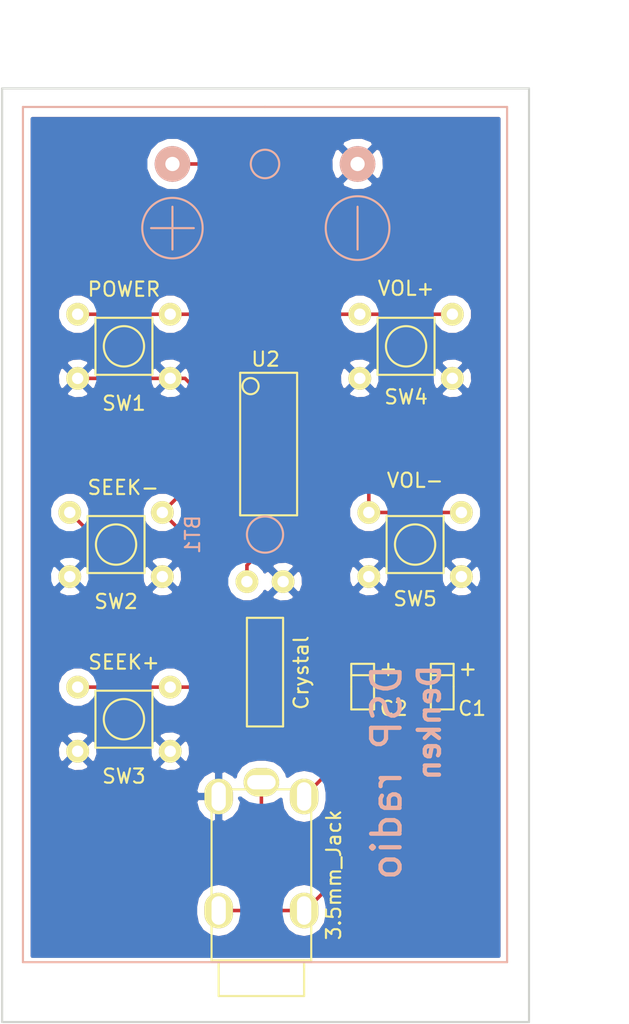
<source format=kicad_pcb>
(kicad_pcb (version 4) (host pcbnew 4.0.1-stable)

  (general
    (links 36)
    (no_connects 0)
    (area 122.924999 60.65 171 132.075001)
    (thickness 1.6)
    (drawings 8)
    (tracks 74)
    (zones 0)
    (modules 11)
    (nets 14)
  )

  (page A4)
  (layers
    (0 F.Cu signal)
    (31 B.Cu signal)
    (36 B.SilkS user)
    (37 F.SilkS user)
    (38 B.Mask user)
    (39 F.Mask user)
    (40 Dwgs.User user)
    (41 Cmts.User user)
    (44 Edge.Cuts user)
  )

  (setup
    (last_trace_width 0.25)
    (trace_clearance 0.2)
    (zone_clearance 0.508)
    (zone_45_only no)
    (trace_min 0.2)
    (segment_width 0.2)
    (edge_width 0.15)
    (via_size 0.6)
    (via_drill 0.4)
    (via_min_size 0.4)
    (via_min_drill 0.3)
    (uvia_size 0.3)
    (uvia_drill 0.1)
    (uvias_allowed no)
    (uvia_min_size 0.2)
    (uvia_min_drill 0.1)
    (pcb_text_width 0.3)
    (pcb_text_size 1.5 1.5)
    (mod_edge_width 0.15)
    (mod_text_size 1 1)
    (mod_text_width 0.15)
    (pad_size 1.524 1.524)
    (pad_drill 0.762)
    (pad_to_mask_clearance 0.2)
    (aux_axis_origin 123 66.5)
    (visible_elements 7FFFFFFF)
    (pcbplotparams
      (layerselection 0x010f0_80000001)
      (usegerberextensions true)
      (excludeedgelayer true)
      (linewidth 0.100000)
      (plotframeref false)
      (viasonmask false)
      (mode 1)
      (useauxorigin false)
      (hpglpennumber 1)
      (hpglpenspeed 20)
      (hpglpendiameter 15)
      (hpglpenoverlay 2)
      (psnegative false)
      (psa4output false)
      (plotreference true)
      (plotvalue true)
      (plotinvisibletext false)
      (padsonsilk false)
      (subtractmaskfromsilk false)
      (outputformat 1)
      (mirror false)
      (drillshape 0)
      (scaleselection 1)
      (outputdirectory ""))
  )

  (net 0 "")
  (net 1 GND)
  (net 2 "Net-(BT1-Pad1)")
  (net 3 "Net-(C1-Pad2)")
  (net 4 "Net-(C1-Pad1)")
  (net 5 "Net-(C2-Pad2)")
  (net 6 "Net-(C2-Pad1)")
  (net 7 "Net-(SW1-Pad2)")
  (net 8 "Net-(SW2-Pad2)")
  (net 9 "Net-(SW3-Pad2)")
  (net 10 "Net-(SW4-Pad1)")
  (net 11 "Net-(SW5-Pad1)")
  (net 12 "Net-(U1-Pad1)")
  (net 13 "Net-(U2-Pad9)")

  (net_class Default "これは標準のネット クラスです。"
    (clearance 0.2)
    (trace_width 0.25)
    (via_dia 0.6)
    (via_drill 0.4)
    (uvia_dia 0.3)
    (uvia_drill 0.1)
    (add_net GND)
    (add_net "Net-(BT1-Pad1)")
    (add_net "Net-(C1-Pad1)")
    (add_net "Net-(C1-Pad2)")
    (add_net "Net-(C2-Pad1)")
    (add_net "Net-(C2-Pad2)")
    (add_net "Net-(SW1-Pad2)")
    (add_net "Net-(SW2-Pad2)")
    (add_net "Net-(SW3-Pad2)")
    (add_net "Net-(SW4-Pad1)")
    (add_net "Net-(SW5-Pad1)")
    (add_net "Net-(U1-Pad1)")
    (add_net "Net-(U2-Pad9)")
  )

  (module mylib:tactswitch (layer F.Cu) (tedit 58116DD3) (tstamp 580F2DF9)
    (at 131 98.5 180)
    (path /57FDFA03)
    (fp_text reference SW2 (at 0 -4 180) (layer F.SilkS)
      (effects (font (size 1 1) (thickness 0.15)))
    )
    (fp_text value SEEK- (at -0.5 4 180) (layer F.SilkS)
      (effects (font (size 1 1) (thickness 0.15)))
    )
    (fp_circle (center 0 0) (end 1 1) (layer F.SilkS) (width 0.15))
    (fp_line (start -2 -2) (end -2 1.5) (layer F.SilkS) (width 0.15))
    (fp_line (start -2 1.5) (end -2 2) (layer F.SilkS) (width 0.15))
    (fp_line (start -2 2) (end 2 2) (layer F.SilkS) (width 0.15))
    (fp_line (start 2 2) (end 2 -2) (layer F.SilkS) (width 0.15))
    (fp_line (start 2 -2) (end -2 -2) (layer F.SilkS) (width 0.15))
    (pad 1 thru_hole circle (at -3.25 -2.25 180) (size 1.6 1.6) (drill 0.8) (layers *.Cu *.Mask F.SilkS)
      (net 1 GND))
    (pad 1 thru_hole circle (at 3.25 -2.25 180) (size 1.6 1.6) (drill 0.8) (layers *.Cu *.Mask F.SilkS)
      (net 1 GND))
    (pad 2 thru_hole circle (at -3.25 2.25 180) (size 1.6 1.6) (drill 0.8) (layers *.Cu *.Mask F.SilkS)
      (net 8 "Net-(SW2-Pad2)"))
    (pad 2 thru_hole circle (at 3.25 2.25 180) (size 1.6 1.6) (drill 0.8) (layers *.Cu *.Mask F.SilkS)
      (net 8 "Net-(SW2-Pad2)"))
  )

  (module mylib:tactswitch (layer F.Cu) (tedit 58116E1B) (tstamp 580F2E23)
    (at 152 98.5)
    (path /57FDF2E2)
    (fp_text reference SW5 (at 0 3.81) (layer F.SilkS)
      (effects (font (size 1 1) (thickness 0.15)))
    )
    (fp_text value VOL- (at 0 -4.5) (layer F.SilkS)
      (effects (font (size 1 1) (thickness 0.15)))
    )
    (fp_circle (center 0 0) (end 1 1) (layer F.SilkS) (width 0.15))
    (fp_line (start -2 -2) (end -2 1.5) (layer F.SilkS) (width 0.15))
    (fp_line (start -2 1.5) (end -2 2) (layer F.SilkS) (width 0.15))
    (fp_line (start -2 2) (end 2 2) (layer F.SilkS) (width 0.15))
    (fp_line (start 2 2) (end 2 -2) (layer F.SilkS) (width 0.15))
    (fp_line (start 2 -2) (end -2 -2) (layer F.SilkS) (width 0.15))
    (pad 1 thru_hole circle (at -3.25 -2.25) (size 1.6 1.6) (drill 0.8) (layers *.Cu *.Mask F.SilkS)
      (net 11 "Net-(SW5-Pad1)"))
    (pad 1 thru_hole circle (at 3.25 -2.25) (size 1.6 1.6) (drill 0.8) (layers *.Cu *.Mask F.SilkS)
      (net 11 "Net-(SW5-Pad1)"))
    (pad 2 thru_hole circle (at -3.25 2.25) (size 1.6 1.6) (drill 0.8) (layers *.Cu *.Mask F.SilkS)
      (net 1 GND))
    (pad 2 thru_hole circle (at 3.25 2.25) (size 1.6 1.6) (drill 0.8) (layers *.Cu *.Mask F.SilkS)
      (net 1 GND))
  )

  (module mylib:P-03086 (layer B.Cu) (tedit 580F3101) (tstamp 580F2DD1)
    (at 141.46 97.8 90)
    (path /57FE10D0)
    (fp_text reference BT1 (at 0 -5.08 90) (layer B.SilkS)
      (effects (font (size 1 1) (thickness 0.15)) (justify mirror))
    )
    (fp_text value Battery (at 6.35 0 90) (layer B.Fab)
      (effects (font (size 1 1) (thickness 0.15)) (justify mirror))
    )
    (fp_line (start 30 0) (end 30 17) (layer B.SilkS) (width 0.15))
    (fp_line (start 30 17) (end -30 17) (layer B.SilkS) (width 0.15))
    (fp_line (start -30 17) (end -30 -17) (layer B.SilkS) (width 0.15))
    (fp_line (start -30 -17) (end 30 -17) (layer B.SilkS) (width 0.15))
    (fp_line (start 30 -17) (end 30 0) (layer B.SilkS) (width 0.15))
    (fp_circle (center 21.5 -6.5) (end 23 -8) (layer B.SilkS) (width 0.15))
    (fp_circle (center 21.5 6.5) (end 22.5 4.5) (layer B.SilkS) (width 0.15))
    (fp_line (start 21.5 -5) (end 21.5 -8) (layer B.SilkS) (width 0.15))
    (fp_line (start 20 -6.5) (end 23 -6.5) (layer B.SilkS) (width 0.15))
    (fp_line (start 20 6.5) (end 23 6.5) (layer B.SilkS) (width 0.15))
    (fp_circle (center 26 0) (end 26 1) (layer B.SilkS) (width 0.15))
    (fp_circle (center 0 0) (end 1.27 0) (layer B.SilkS) (width 0.15))
    (pad 2 thru_hole circle (at 26 6.5 90) (size 2.5 2.5) (drill 1) (layers *.Cu *.Mask B.SilkS)
      (net 1 GND))
    (pad 1 thru_hole circle (at 26 -6.5 90) (size 2.5 2.5) (drill 1) (layers *.Cu *.Mask B.SilkS)
      (net 2 "Net-(BT1-Pad1)"))
  )

  (module mylib:3.5mmjack (layer F.Cu) (tedit 58132463) (tstamp 580F2E2C)
    (at 141.206 121.676 180)
    (path /57FE168E)
    (fp_text reference U1 (at 0.206 -9.324 180) (layer F.SilkS) hide
      (effects (font (size 1 1) (thickness 0.15)))
    )
    (fp_text value 3.5mm_Jack (at -5.08 0 270) (layer F.SilkS)
      (effects (font (size 1 1) (thickness 0.15)))
    )
    (fp_line (start -3 -8.5) (end 3 -8.5) (layer F.SilkS) (width 0.15))
    (fp_line (start 3 -8.5) (end 3 -6) (layer F.SilkS) (width 0.15))
    (fp_line (start 3 -6) (end -3 -6) (layer F.SilkS) (width 0.15))
    (fp_line (start -3 -6) (end -3 -8.5) (layer F.SilkS) (width 0.15))
    (fp_line (start -3 -6.5) (end -3 -6) (layer F.SilkS) (width 0.15))
    (fp_line (start 3 -6.5) (end 3 -6) (layer F.SilkS) (width 0.15))
    (fp_line (start -3.5 -6) (end -3.5 6) (layer F.SilkS) (width 0.15))
    (fp_line (start -3.5 6) (end 3.5 6) (layer F.SilkS) (width 0.15))
    (fp_line (start 3.5 6) (end 3.5 -6) (layer F.SilkS) (width 0.15))
    (fp_line (start -3.5 -6) (end 0 -6) (layer F.SilkS) (width 0.15))
    (fp_line (start 0 -6) (end 3.5 -6) (layer F.SilkS) (width 0.15))
    (pad 3 thru_hole oval (at 3 -2.5 180) (size 2 2.5) (drill oval 1 2) (layers *.Cu *.Mask F.SilkS)
      (net 3 "Net-(C1-Pad2)"))
    (pad 3 thru_hole oval (at -3 -2.5 180) (size 2 2.5) (drill oval 1 2) (layers *.Cu *.Mask F.SilkS)
      (net 3 "Net-(C1-Pad2)"))
    (pad 2 thru_hole oval (at -3 5.5 180) (size 2 2.5) (drill oval 1 2) (layers *.Cu *.Mask F.SilkS)
      (net 5 "Net-(C2-Pad2)"))
    (pad 4 thru_hole oval (at 3 5.5 180) (size 2 2.5) (drill oval 1 2) (layers *.Cu *.Mask F.SilkS)
      (net 1 GND))
    (pad 1 thru_hole oval (at 0 6.5 270) (size 2 2.5) (drill oval 1 2) (layers *.Cu *.Mask F.SilkS)
      (net 12 "Net-(U1-Pad1)"))
  )

  (module mylib:SC1299 (layer F.Cu) (tedit 58132436) (tstamp 580F2E40)
    (at 141.714 91.45)
    (path /57FDF275)
    (fp_text reference U2 (at -0.214 -5.95) (layer F.SilkS)
      (effects (font (size 1 1) (thickness 0.15)))
    )
    (fp_text value GS1299 (at -0.214 6.05) (layer F.Fab)
      (effects (font (size 1 1) (thickness 0.15)))
    )
    (fp_circle (center -1.27 -4.064) (end -0.762 -3.81) (layer F.SilkS) (width 0.15))
    (fp_line (start 2 -5) (end -2 -5) (layer F.SilkS) (width 0.15))
    (fp_line (start -2 -5) (end -2 5) (layer F.SilkS) (width 0.15))
    (fp_line (start -2 5) (end 2 5) (layer F.SilkS) (width 0.15))
    (fp_line (start 2 5) (end 2 -5) (layer F.SilkS) (width 0.15))
    (pad 9 smd rect (at 2.54 4.445) (size 2 0.5) (layers F.Cu F.Mask)
      (net 13 "Net-(U2-Pad9)"))
    (pad 10 smd rect (at 2.54 3.175) (size 2 0.5) (layers F.Cu F.Mask)
      (net 2 "Net-(BT1-Pad1)"))
    (pad 11 smd rect (at 2.54 1.905) (size 2 0.5) (layers F.Cu F.Mask)
      (net 1 GND))
    (pad 12 smd rect (at 2.54 0.635) (size 2 0.5) (layers F.Cu F.Mask)
      (net 4 "Net-(C1-Pad1)"))
    (pad 13 smd rect (at 2.54 -0.635) (size 2 0.5) (layers F.Cu F.Mask)
      (net 6 "Net-(C2-Pad1)"))
    (pad 14 smd rect (at 2.54 -1.905) (size 2 0.5) (layers F.Cu F.Mask)
      (net 1 GND))
    (pad 15 smd rect (at 2.54 -3.175) (size 2 0.5) (layers F.Cu F.Mask)
      (net 11 "Net-(SW5-Pad1)"))
    (pad 16 smd rect (at 2.54 -4.445) (size 2 0.5) (layers F.Cu F.Mask)
      (net 10 "Net-(SW4-Pad1)"))
    (pad 8 smd rect (at -2.54 4.445) (size 2 0.5) (layers F.Cu F.Mask)
      (net 9 "Net-(SW3-Pad2)"))
    (pad 7 smd rect (at -2.54 3.175) (size 2 0.5) (layers F.Cu F.Mask)
      (net 8 "Net-(SW2-Pad2)"))
    (pad 6 smd rect (at -2.54 1.905) (size 2 0.5) (layers F.Cu F.Mask)
      (net 2 "Net-(BT1-Pad1)"))
    (pad 5 smd rect (at -2.54 0.635) (size 2 0.5) (layers F.Cu F.Mask)
      (net 1 GND))
    (pad 4 smd rect (at -2.54 -0.635) (size 2 0.5) (layers F.Cu F.Mask)
      (net 12 "Net-(U1-Pad1)"))
    (pad 3 smd rect (at -2.54 -1.905) (size 2 0.5) (layers F.Cu F.Mask)
      (net 1 GND))
    (pad 2 smd rect (at -2.54 -3.175) (size 2 0.5) (layers F.Cu F.Mask)
      (net 1 GND))
    (pad 1 smd rect (at -2.54 -4.445) (size 2 0.5) (layers F.Cu F.Mask)
      (net 7 "Net-(SW1-Pad2)"))
  )

  (module mylib:1206chipcapacitor (layer F.Cu) (tedit 58116FBE) (tstamp 580F2DD7)
    (at 153.906 108.468)
    (path /57FF869C)
    (fp_text reference C1 (at 2.094 1.532) (layer F.SilkS)
      (effects (font (size 1 1) (thickness 0.15)))
    )
    (fp_text value 100u (at -1.906 0.032 90) (layer F.Fab)
      (effects (font (size 1 1) (thickness 0.15)))
    )
    (fp_line (start 1.8 -1.2) (end 1.8 -1.6) (layer F.SilkS) (width 0.15))
    (fp_line (start 1.8 -1.6) (end 1.8 -1.2) (layer F.SilkS) (width 0.15))
    (fp_line (start 1.8 -1.2) (end 1.8 -0.8) (layer F.SilkS) (width 0.15))
    (fp_line (start 1.4 -1.2) (end 2.2 -1.2) (layer F.SilkS) (width 0.15))
    (fp_line (start 0.8 -0.8) (end -0.8 -0.8) (layer F.SilkS) (width 0.15))
    (fp_line (start -0.8 0) (end -0.8 1.6) (layer F.SilkS) (width 0.15))
    (fp_line (start 0.8 0) (end 0.8 1.6) (layer F.SilkS) (width 0.15))
    (fp_line (start -0.8 -1.6) (end -0.8 0) (layer F.SilkS) (width 0.15))
    (fp_line (start 0.8 -1.6) (end 0.8 0) (layer F.SilkS) (width 0.15))
    (fp_line (start 0.8 1.6) (end -0.8 1.6) (layer F.SilkS) (width 0.15))
    (fp_line (start -0.8 -1.6) (end 0.8 -1.6) (layer F.SilkS) (width 0.15))
    (pad 2 smd rect (at 0 1.6) (size 1.5 1) (layers F.Cu F.Mask)
      (net 3 "Net-(C1-Pad2)"))
    (pad 1 smd rect (at 0 -1.6) (size 1.5 1) (layers F.Cu F.Mask)
      (net 4 "Net-(C1-Pad1)"))
  )

  (module mylib:1206chipcapacitor (layer F.Cu) (tedit 58116FB9) (tstamp 580F2DDD)
    (at 148.318 108.468)
    (path /57FF8020)
    (fp_text reference C2 (at 2.182 1.532) (layer F.SilkS)
      (effects (font (size 1 1) (thickness 0.15)))
    )
    (fp_text value 100u (at -1.818 0.032 90) (layer F.Fab)
      (effects (font (size 1 1) (thickness 0.15)))
    )
    (fp_line (start 1.8 -1.2) (end 1.8 -1.6) (layer F.SilkS) (width 0.15))
    (fp_line (start 1.8 -1.6) (end 1.8 -1.2) (layer F.SilkS) (width 0.15))
    (fp_line (start 1.8 -1.2) (end 1.8 -0.8) (layer F.SilkS) (width 0.15))
    (fp_line (start 1.4 -1.2) (end 2.2 -1.2) (layer F.SilkS) (width 0.15))
    (fp_line (start 0.8 -0.8) (end -0.8 -0.8) (layer F.SilkS) (width 0.15))
    (fp_line (start -0.8 0) (end -0.8 1.6) (layer F.SilkS) (width 0.15))
    (fp_line (start 0.8 0) (end 0.8 1.6) (layer F.SilkS) (width 0.15))
    (fp_line (start -0.8 -1.6) (end -0.8 0) (layer F.SilkS) (width 0.15))
    (fp_line (start 0.8 -1.6) (end 0.8 0) (layer F.SilkS) (width 0.15))
    (fp_line (start 0.8 1.6) (end -0.8 1.6) (layer F.SilkS) (width 0.15))
    (fp_line (start -0.8 -1.6) (end 0.8 -1.6) (layer F.SilkS) (width 0.15))
    (pad 2 smd rect (at 0 1.6) (size 1.5 1) (layers F.Cu F.Mask)
      (net 5 "Net-(C2-Pad2)"))
    (pad 1 smd rect (at 0 -1.6) (size 1.5 1) (layers F.Cu F.Mask)
      (net 6 "Net-(C2-Pad1)"))
  )

  (module mylib:tactswitch (layer F.Cu) (tedit 58116DEB) (tstamp 580F2DEB)
    (at 131.554 84.592 180)
    (path /57FDFD0F)
    (fp_text reference SW1 (at 0 -4 180) (layer F.SilkS)
      (effects (font (size 1 1) (thickness 0.15)))
    )
    (fp_text value POWER (at 0 4 180) (layer F.SilkS)
      (effects (font (size 1 1) (thickness 0.15)))
    )
    (fp_circle (center 0 0) (end 1 1) (layer F.SilkS) (width 0.15))
    (fp_line (start -2 -2) (end -2 1.5) (layer F.SilkS) (width 0.15))
    (fp_line (start -2 1.5) (end -2 2) (layer F.SilkS) (width 0.15))
    (fp_line (start -2 2) (end 2 2) (layer F.SilkS) (width 0.15))
    (fp_line (start 2 2) (end 2 -2) (layer F.SilkS) (width 0.15))
    (fp_line (start 2 -2) (end -2 -2) (layer F.SilkS) (width 0.15))
    (pad 1 thru_hole circle (at -3.25 -2.25 180) (size 1.6 1.6) (drill 0.8) (layers *.Cu *.Mask F.SilkS)
      (net 1 GND))
    (pad 1 thru_hole circle (at 3.25 -2.25 180) (size 1.6 1.6) (drill 0.8) (layers *.Cu *.Mask F.SilkS)
      (net 1 GND))
    (pad 2 thru_hole circle (at -3.25 2.25 180) (size 1.6 1.6) (drill 0.8) (layers *.Cu *.Mask F.SilkS)
      (net 7 "Net-(SW1-Pad2)"))
    (pad 2 thru_hole circle (at 3.25 2.25 180) (size 1.6 1.6) (drill 0.8) (layers *.Cu *.Mask F.SilkS)
      (net 7 "Net-(SW1-Pad2)"))
  )

  (module mylib:tactswitch (layer F.Cu) (tedit 58116DB5) (tstamp 580F2E07)
    (at 131.554 110.754 180)
    (path /57FDFCC5)
    (fp_text reference SW3 (at 0 -4 180) (layer F.SilkS)
      (effects (font (size 1 1) (thickness 0.15)))
    )
    (fp_text value SEEK+ (at 0 4 180) (layer F.SilkS)
      (effects (font (size 1 1) (thickness 0.15)))
    )
    (fp_circle (center 0 0) (end 1 1) (layer F.SilkS) (width 0.15))
    (fp_line (start -2 -2) (end -2 1.5) (layer F.SilkS) (width 0.15))
    (fp_line (start -2 1.5) (end -2 2) (layer F.SilkS) (width 0.15))
    (fp_line (start -2 2) (end 2 2) (layer F.SilkS) (width 0.15))
    (fp_line (start 2 2) (end 2 -2) (layer F.SilkS) (width 0.15))
    (fp_line (start 2 -2) (end -2 -2) (layer F.SilkS) (width 0.15))
    (pad 1 thru_hole circle (at -3.25 -2.25 180) (size 1.6 1.6) (drill 0.8) (layers *.Cu *.Mask F.SilkS)
      (net 1 GND))
    (pad 1 thru_hole circle (at 3.25 -2.25 180) (size 1.6 1.6) (drill 0.8) (layers *.Cu *.Mask F.SilkS)
      (net 1 GND))
    (pad 2 thru_hole circle (at -3.25 2.25 180) (size 1.6 1.6) (drill 0.8) (layers *.Cu *.Mask F.SilkS)
      (net 9 "Net-(SW3-Pad2)"))
    (pad 2 thru_hole circle (at 3.25 2.25 180) (size 1.6 1.6) (drill 0.8) (layers *.Cu *.Mask F.SilkS)
      (net 9 "Net-(SW3-Pad2)"))
  )

  (module mylib:tactswitch (layer F.Cu) (tedit 58116E06) (tstamp 580F2E15)
    (at 151.366 84.592)
    (path /57FDF8A8)
    (fp_text reference SW4 (at 0 3.556) (layer F.SilkS)
      (effects (font (size 1 1) (thickness 0.15)))
    )
    (fp_text value VOL+ (at 0 -4.064) (layer F.SilkS)
      (effects (font (size 1 1) (thickness 0.15)))
    )
    (fp_circle (center 0 0) (end 1 1) (layer F.SilkS) (width 0.15))
    (fp_line (start -2 -2) (end -2 1.5) (layer F.SilkS) (width 0.15))
    (fp_line (start -2 1.5) (end -2 2) (layer F.SilkS) (width 0.15))
    (fp_line (start -2 2) (end 2 2) (layer F.SilkS) (width 0.15))
    (fp_line (start 2 2) (end 2 -2) (layer F.SilkS) (width 0.15))
    (fp_line (start 2 -2) (end -2 -2) (layer F.SilkS) (width 0.15))
    (pad 1 thru_hole circle (at -3.25 -2.25) (size 1.6 1.6) (drill 0.8) (layers *.Cu *.Mask F.SilkS)
      (net 10 "Net-(SW4-Pad1)"))
    (pad 1 thru_hole circle (at 3.25 -2.25) (size 1.6 1.6) (drill 0.8) (layers *.Cu *.Mask F.SilkS)
      (net 10 "Net-(SW4-Pad1)"))
    (pad 2 thru_hole circle (at -3.25 2.25) (size 1.6 1.6) (drill 0.8) (layers *.Cu *.Mask F.SilkS)
      (net 1 GND))
    (pad 2 thru_hole circle (at 3.25 2.25) (size 1.6 1.6) (drill 0.8) (layers *.Cu *.Mask F.SilkS)
      (net 1 GND))
  )

  (module mylib:crystal (layer F.Cu) (tedit 58116FA2) (tstamp 580F2E4A)
    (at 141.46 102.372 270)
    (path /57FE0100)
    (fp_text reference Y1 (at 5.128 2.46 270) (layer F.SilkS) hide
      (effects (font (size 1 1) (thickness 0.15)))
    )
    (fp_text value Crystal (at 5.128 -2.54 270) (layer F.SilkS)
      (effects (font (size 1 1) (thickness 0.15)))
    )
    (fp_line (start 1.27 -1.27) (end 1.27 1.27) (layer F.SilkS) (width 0.15))
    (fp_line (start 1.27 1.27) (end 8.89 1.27) (layer F.SilkS) (width 0.15))
    (fp_line (start 8.89 1.27) (end 8.89 -1.27) (layer F.SilkS) (width 0.15))
    (fp_line (start 8.89 -1.27) (end 1.27 -1.27) (layer F.SilkS) (width 0.15))
    (pad 2 thru_hole circle (at -1.27 -1.27 270) (size 1.6 1.6) (drill 0.8) (layers *.Cu *.Mask F.SilkS)
      (net 1 GND))
    (pad 1 thru_hole circle (at -1.27 1.27 270) (size 1.6 1.6) (drill 0.8) (layers *.Cu *.Mask F.SilkS)
      (net 13 "Net-(U2-Pad9)"))
  )

  (gr_text Denken (at 153 111 90) (layer B.SilkS)
    (effects (font (size 1.5 1.5) (thickness 0.3)) (justify mirror))
  )
  (gr_text "DSP radio" (at 150 114.5 90) (layer B.SilkS)
    (effects (font (size 2 2) (thickness 0.3)) (justify mirror))
  )
  (gr_line (start 160 66.5) (end 123 66.5) (angle 90) (layer Edge.Cuts) (width 0.15))
  (gr_line (start 160 132) (end 160 66.5) (angle 90) (layer Edge.Cuts) (width 0.15))
  (gr_line (start 123 132) (end 160 132) (angle 90) (layer Edge.Cuts) (width 0.15))
  (gr_line (start 123 66.5) (end 123 132) (angle 90) (layer Edge.Cuts) (width 0.15))
  (dimension 65.5 (width 0.3) (layer Dwgs.User)
    (gr_text "65.500 mm" (at 164.35 99.25 270) (layer Dwgs.User)
      (effects (font (size 1.5 1.5) (thickness 0.3)))
    )
    (feature1 (pts (xy 160.5 132) (xy 165.7 132)))
    (feature2 (pts (xy 160.5 66.5) (xy 165.7 66.5)))
    (crossbar (pts (xy 163 66.5) (xy 163 132)))
    (arrow1a (pts (xy 163 132) (xy 162.413579 130.873496)))
    (arrow1b (pts (xy 163 132) (xy 163.586421 130.873496)))
    (arrow2a (pts (xy 163 66.5) (xy 162.413579 67.626504)))
    (arrow2b (pts (xy 163 66.5) (xy 163.586421 67.626504)))
  )
  (dimension 37 (width 0.3) (layer Dwgs.User)
    (gr_text "37.000 mm" (at 141.5 62.15) (layer Dwgs.User)
      (effects (font (size 1.5 1.5) (thickness 0.3)))
    )
    (feature1 (pts (xy 160 66) (xy 160 60.8)))
    (feature2 (pts (xy 123 66) (xy 123 60.8)))
    (crossbar (pts (xy 123 63.5) (xy 160 63.5)))
    (arrow1a (pts (xy 160 63.5) (xy 158.873496 64.086421)))
    (arrow1b (pts (xy 160 63.5) (xy 158.873496 62.913579)))
    (arrow2a (pts (xy 123 63.5) (xy 124.126504 64.086421)))
    (arrow2b (pts (xy 123 63.5) (xy 124.126504 62.913579)))
  )

  (segment (start 134.804 86.842) (end 135.842 86.842) (width 0.25) (layer F.Cu) (net 1))
  (segment (start 137.275 88.275) (end 139.174 88.275) (width 0.25) (layer F.Cu) (net 1) (tstamp 581161D1))
  (segment (start 135.842 86.842) (end 137.275 88.275) (width 0.25) (layer F.Cu) (net 1) (tstamp 581161CE))
  (segment (start 128.304 86.842) (end 134.804 86.842) (width 0.25) (layer F.Cu) (net 1))
  (segment (start 140.19 93.355) (end 140.825 93.355) (width 0.25) (layer F.Cu) (net 2))
  (segment (start 142.095 94.625) (end 144.254 94.625) (width 0.25) (layer F.Cu) (net 2) (tstamp 5810AA07))
  (segment (start 140.825 93.355) (end 142.095 94.625) (width 0.25) (layer F.Cu) (net 2) (tstamp 5810AA04))
  (segment (start 134.96 71.8) (end 139.336 71.8) (width 0.25) (layer F.Cu) (net 2))
  (segment (start 140.317 93.355) (end 140.19 93.355) (width 0.25) (layer F.Cu) (net 2) (tstamp 5810A9EA))
  (segment (start 140.19 93.355) (end 139.174 93.355) (width 0.25) (layer F.Cu) (net 2) (tstamp 5810AA02))
  (segment (start 140.952 92.72) (end 140.317 93.355) (width 0.25) (layer F.Cu) (net 2) (tstamp 5810A9E9))
  (segment (start 140.952 73.416) (end 140.952 92.72) (width 0.25) (layer F.Cu) (net 2) (tstamp 5810A9E1))
  (segment (start 139.336 71.8) (end 140.952 73.416) (width 0.25) (layer F.Cu) (net 2) (tstamp 5810A9D6))
  (segment (start 144.206 124.176) (end 144.294 124.176) (width 0.25) (layer F.Cu) (net 3))
  (segment (start 144.294 124.176) (end 153.906 114.564) (width 0.25) (layer F.Cu) (net 3) (tstamp 5810A95A))
  (segment (start 153.906 114.564) (end 153.906 110.068) (width 0.25) (layer F.Cu) (net 3) (tstamp 5810A968))
  (segment (start 138.206 124.176) (end 144.206 124.176) (width 0.25) (layer F.Cu) (net 3))
  (segment (start 144.254 92.085) (end 143.111 92.085) (width 0.25) (layer F.Cu) (net 4))
  (segment (start 156.014 106.868) (end 153.906 106.868) (width 0.25) (layer F.Cu) (net 4) (tstamp 5810AA36))
  (segment (start 156.954 105.928) (end 156.014 106.868) (width 0.25) (layer F.Cu) (net 4) (tstamp 5810AA2E))
  (segment (start 156.954 80.274) (end 156.954 105.928) (width 0.25) (layer F.Cu) (net 4) (tstamp 5810AA2B))
  (segment (start 156.192 79.512) (end 156.954 80.274) (width 0.25) (layer F.Cu) (net 4) (tstamp 5810AA27))
  (segment (start 143.746 79.512) (end 156.192 79.512) (width 0.25) (layer F.Cu) (net 4) (tstamp 5810AA1F))
  (segment (start 142.476 80.782) (end 143.746 79.512) (width 0.25) (layer F.Cu) (net 4) (tstamp 5810AA16))
  (segment (start 142.476 91.45) (end 142.476 80.782) (width 0.25) (layer F.Cu) (net 4) (tstamp 5810AA10))
  (segment (start 143.111 92.085) (end 142.476 91.45) (width 0.25) (layer F.Cu) (net 4) (tstamp 5810AA0D))
  (segment (start 148.318 110.068) (end 148.318 112.064) (width 0.25) (layer F.Cu) (net 5))
  (segment (start 148.318 112.064) (end 144.206 116.176) (width 0.25) (layer F.Cu) (net 5) (tstamp 5810A953))
  (segment (start 148.318 106.868) (end 148.318 104.818) (width 0.25) (layer F.Cu) (net 6))
  (segment (start 145.315 90.815) (end 144.254 90.815) (width 0.25) (layer F.Cu) (net 6) (tstamp 58116522))
  (segment (start 146 91.5) (end 145.315 90.815) (width 0.25) (layer F.Cu) (net 6) (tstamp 58116521))
  (segment (start 146 102.5) (end 146 91.5) (width 0.25) (layer F.Cu) (net 6) (tstamp 5811651E))
  (segment (start 148.318 104.818) (end 146 102.5) (width 0.25) (layer F.Cu) (net 6) (tstamp 58116519))
  (segment (start 134.804 82.342) (end 128.304 82.342) (width 0.25) (layer F.Cu) (net 7))
  (segment (start 139.174 87.005) (end 139.174 83.068) (width 0.25) (layer F.Cu) (net 7))
  (segment (start 138.448 82.342) (end 134.804 82.342) (width 0.25) (layer F.Cu) (net 7) (tstamp 5810A5BA))
  (segment (start 139.174 83.068) (end 138.448 82.342) (width 0.25) (layer F.Cu) (net 7) (tstamp 5810A5B9))
  (segment (start 127.75 96.25) (end 129 97.5) (width 0.25) (layer F.Cu) (net 8))
  (segment (start 136.5 98.5) (end 134.25 96.25) (width 0.25) (layer F.Cu) (net 8) (tstamp 5811675E))
  (segment (start 136.5 102) (end 136.5 98.5) (width 0.25) (layer F.Cu) (net 8) (tstamp 5811675C))
  (segment (start 135.5 103) (end 136.5 102) (width 0.25) (layer F.Cu) (net 8) (tstamp 5811675A))
  (segment (start 130.5 103) (end 135.5 103) (width 0.25) (layer F.Cu) (net 8) (tstamp 58116758))
  (segment (start 129.5 102) (end 130.5 103) (width 0.25) (layer F.Cu) (net 8) (tstamp 58116752))
  (segment (start 129.5 98) (end 129.5 102) (width 0.25) (layer F.Cu) (net 8) (tstamp 5811674F))
  (segment (start 129 97.5) (end 129.5 98) (width 0.25) (layer F.Cu) (net 8) (tstamp 5811674D))
  (segment (start 134.25 96.25) (end 135.5 95) (width 0.25) (layer F.Cu) (net 8) (tstamp 581165AF))
  (segment (start 135.5 95) (end 136 94.5) (width 0.25) (layer F.Cu) (net 8) (tstamp 581165B0))
  (segment (start 136 94.5) (end 139.049 94.5) (width 0.25) (layer F.Cu) (net 8) (tstamp 581165B1))
  (segment (start 139.049 94.5) (end 139.174 94.625) (width 0.25) (layer F.Cu) (net 8) (tstamp 581165B5))
  (segment (start 139.174 95.895) (end 139.174 99.326) (width 0.25) (layer F.Cu) (net 9))
  (segment (start 136.996 108.504) (end 134.804 108.504) (width 0.25) (layer F.Cu) (net 9) (tstamp 5811673D))
  (segment (start 138 107.5) (end 136.996 108.504) (width 0.25) (layer F.Cu) (net 9) (tstamp 5811673B))
  (segment (start 138 100.5) (end 138 107.5) (width 0.25) (layer F.Cu) (net 9) (tstamp 58116736))
  (segment (start 139.174 99.326) (end 138 100.5) (width 0.25) (layer F.Cu) (net 9) (tstamp 58116733))
  (segment (start 128.304 108.504) (end 134.804 108.504) (width 0.25) (layer F.Cu) (net 9))
  (segment (start 144.254 87.005) (end 144.254 83.068) (width 0.25) (layer F.Cu) (net 10))
  (segment (start 144.98 82.342) (end 148.116 82.342) (width 0.25) (layer F.Cu) (net 10) (tstamp 5810AC64))
  (segment (start 144.254 83.068) (end 144.98 82.342) (width 0.25) (layer F.Cu) (net 10) (tstamp 5810AC60))
  (segment (start 148.116 82.342) (end 154.616 82.342) (width 0.25) (layer F.Cu) (net 10))
  (segment (start 148.75 96.25) (end 155.25 96.25) (width 0.25) (layer F.Cu) (net 11))
  (segment (start 144.254 88.275) (end 145.775 88.275) (width 0.25) (layer F.Cu) (net 11))
  (segment (start 148.75 90.25) (end 148.75 96.25) (width 0.25) (layer F.Cu) (net 11) (tstamp 581165AA))
  (segment (start 148 89.5) (end 148.75 90.25) (width 0.25) (layer F.Cu) (net 11) (tstamp 581165A8))
  (segment (start 147 89.5) (end 148 89.5) (width 0.25) (layer F.Cu) (net 11) (tstamp 581165A7))
  (segment (start 145.775 88.275) (end 147 89.5) (width 0.25) (layer F.Cu) (net 11) (tstamp 581165A6))
  (segment (start 139.174 90.815) (end 127.363 90.815) (width 0.25) (layer F.Cu) (net 12))
  (segment (start 141.206 118.12) (end 141.206 115.176) (width 0.25) (layer F.Cu) (net 12) (tstamp 5810A9BE))
  (segment (start 139.428 119.898) (end 141.206 118.12) (width 0.25) (layer F.Cu) (net 12) (tstamp 5810A9BB))
  (segment (start 131.046 119.898) (end 139.428 119.898) (width 0.25) (layer F.Cu) (net 12) (tstamp 5810A9B0))
  (segment (start 125.966 114.818) (end 131.046 119.898) (width 0.25) (layer F.Cu) (net 12) (tstamp 5810A9AE))
  (segment (start 125.966 92.212) (end 125.966 114.818) (width 0.25) (layer F.Cu) (net 12) (tstamp 5810A9A4))
  (segment (start 127.363 90.815) (end 125.966 92.212) (width 0.25) (layer F.Cu) (net 12) (tstamp 5810A99B))
  (segment (start 140.19 101.102) (end 140.19 99.959) (width 0.25) (layer F.Cu) (net 13))
  (segment (start 140.19 99.959) (end 144.254 95.895) (width 0.25) (layer F.Cu) (net 13) (tstamp 5810A946))

  (zone (net 1) (net_name GND) (layer F.Cu) (tstamp 58116194) (hatch edge 0.508)
    (connect_pads (clearance 0.508))
    (min_thickness 0.254)
    (fill yes (arc_segments 16) (thermal_gap 0.508) (thermal_bridge_width 0.508))
    (polygon
      (pts
        (xy 158 127.5) (xy 125 127.5) (xy 125 68.5) (xy 158 68.5) (xy 158 127.5)
      )
    )
    (filled_polygon
      (pts
        (xy 157.873 127.373) (xy 125.127 127.373) (xy 125.127 123.889071) (xy 136.571 123.889071) (xy 136.571 124.462929)
        (xy 136.695457 125.088616) (xy 137.04988 125.619049) (xy 137.580313 125.973472) (xy 138.206 126.097929) (xy 138.831687 125.973472)
        (xy 139.36212 125.619049) (xy 139.716543 125.088616) (xy 139.7469 124.936) (xy 142.6651 124.936) (xy 142.695457 125.088616)
        (xy 143.04988 125.619049) (xy 143.580313 125.973472) (xy 144.206 126.097929) (xy 144.831687 125.973472) (xy 145.36212 125.619049)
        (xy 145.716543 125.088616) (xy 145.841 124.462929) (xy 145.841 123.889071) (xy 145.810262 123.73454) (xy 154.443401 115.101401)
        (xy 154.608148 114.854839) (xy 154.666 114.564) (xy 154.666 111.213558) (xy 154.891317 111.171162) (xy 155.107441 111.03209)
        (xy 155.252431 110.81989) (xy 155.30344 110.568) (xy 155.30344 109.568) (xy 155.259162 109.332683) (xy 155.12009 109.116559)
        (xy 154.90789 108.971569) (xy 154.656 108.92056) (xy 153.156 108.92056) (xy 152.920683 108.964838) (xy 152.704559 109.10391)
        (xy 152.559569 109.31611) (xy 152.50856 109.568) (xy 152.50856 110.568) (xy 152.552838 110.803317) (xy 152.69191 111.019441)
        (xy 152.90411 111.164431) (xy 153.146 111.213415) (xy 153.146 114.249198) (xy 144.942576 122.452622) (xy 144.831687 122.378528)
        (xy 144.206 122.254071) (xy 143.580313 122.378528) (xy 143.04988 122.732951) (xy 142.695457 123.263384) (xy 142.6651 123.416)
        (xy 139.7469 123.416) (xy 139.716543 123.263384) (xy 139.36212 122.732951) (xy 138.831687 122.378528) (xy 138.206 122.254071)
        (xy 137.580313 122.378528) (xy 137.04988 122.732951) (xy 136.695457 123.263384) (xy 136.571 123.889071) (xy 125.127 123.889071)
        (xy 125.127 92.212) (xy 125.206 92.212) (xy 125.206 114.818) (xy 125.263852 115.108839) (xy 125.428599 115.355401)
        (xy 130.508599 120.435401) (xy 130.755161 120.600148) (xy 131.046 120.658) (xy 139.428 120.658) (xy 139.718839 120.600148)
        (xy 139.965401 120.435401) (xy 141.743401 118.657401) (xy 141.908148 118.410839) (xy 141.966 118.12) (xy 141.966 116.7169)
        (xy 142.118616 116.686543) (xy 142.571 116.384271) (xy 142.571 116.462929) (xy 142.695457 117.088616) (xy 143.04988 117.619049)
        (xy 143.580313 117.973472) (xy 144.206 118.097929) (xy 144.831687 117.973472) (xy 145.36212 117.619049) (xy 145.716543 117.088616)
        (xy 145.841 116.462929) (xy 145.841 115.889071) (xy 145.795662 115.66114) (xy 148.855401 112.601401) (xy 149.020148 112.35484)
        (xy 149.078 112.064) (xy 149.078 111.213558) (xy 149.303317 111.171162) (xy 149.519441 111.03209) (xy 149.664431 110.81989)
        (xy 149.71544 110.568) (xy 149.71544 109.568) (xy 149.671162 109.332683) (xy 149.53209 109.116559) (xy 149.31989 108.971569)
        (xy 149.068 108.92056) (xy 147.568 108.92056) (xy 147.332683 108.964838) (xy 147.116559 109.10391) (xy 146.971569 109.31611)
        (xy 146.92056 109.568) (xy 146.92056 110.568) (xy 146.964838 110.803317) (xy 147.10391 111.019441) (xy 147.31611 111.164431)
        (xy 147.558 111.213415) (xy 147.558 111.749198) (xy 144.889824 114.417374) (xy 144.831687 114.378528) (xy 144.206 114.254071)
        (xy 143.580313 114.378528) (xy 143.04988 114.732951) (xy 143.042113 114.744575) (xy 143.003472 114.550313) (xy 142.649049 114.01988)
        (xy 142.118616 113.665457) (xy 141.492929 113.541) (xy 140.919071 113.541) (xy 140.293384 113.665457) (xy 139.762951 114.01988)
        (xy 139.408528 114.550313) (xy 139.361342 114.787533) (xy 139.269337 114.671702) (xy 138.708396 114.360258) (xy 138.586434 114.335876)
        (xy 138.333 114.455223) (xy 138.333 116.049) (xy 138.353 116.049) (xy 138.353 116.303) (xy 138.333 116.303)
        (xy 138.333 117.896777) (xy 138.586434 118.016124) (xy 138.708396 117.991742) (xy 139.269337 117.680298) (xy 139.668394 117.177899)
        (xy 139.844815 116.56103) (xy 139.687013 116.303002) (xy 139.743495 116.303002) (xy 139.762951 116.33212) (xy 140.293384 116.686543)
        (xy 140.446 116.7169) (xy 140.446 117.805198) (xy 139.113198 119.138) (xy 131.360802 119.138) (xy 128.783832 116.56103)
        (xy 136.567185 116.56103) (xy 136.743606 117.177899) (xy 137.142663 117.680298) (xy 137.703604 117.991742) (xy 137.825566 118.016124)
        (xy 138.079 117.896777) (xy 138.079 116.303) (xy 136.724988 116.303) (xy 136.567185 116.56103) (xy 128.783832 116.56103)
        (xy 128.013772 115.79097) (xy 136.567185 115.79097) (xy 136.724988 116.049) (xy 138.079 116.049) (xy 138.079 114.455223)
        (xy 137.825566 114.335876) (xy 137.703604 114.360258) (xy 137.142663 114.671702) (xy 136.743606 115.174101) (xy 136.567185 115.79097)
        (xy 128.013772 115.79097) (xy 126.726 114.503198) (xy 126.726 114.011745) (xy 127.475861 114.011745) (xy 127.549995 114.257864)
        (xy 128.087223 114.450965) (xy 128.657454 114.423778) (xy 129.058005 114.257864) (xy 129.132139 114.011745) (xy 133.975861 114.011745)
        (xy 134.049995 114.257864) (xy 134.587223 114.450965) (xy 135.157454 114.423778) (xy 135.558005 114.257864) (xy 135.632139 114.011745)
        (xy 134.804 113.183605) (xy 133.975861 114.011745) (xy 129.132139 114.011745) (xy 128.304 113.183605) (xy 127.475861 114.011745)
        (xy 126.726 114.011745) (xy 126.726 112.787223) (xy 126.857035 112.787223) (xy 126.884222 113.357454) (xy 127.050136 113.758005)
        (xy 127.296255 113.832139) (xy 128.124395 113.004) (xy 128.483605 113.004) (xy 129.311745 113.832139) (xy 129.557864 113.758005)
        (xy 129.750965 113.220777) (xy 129.730295 112.787223) (xy 133.357035 112.787223) (xy 133.384222 113.357454) (xy 133.550136 113.758005)
        (xy 133.796255 113.832139) (xy 134.624395 113.004) (xy 134.983605 113.004) (xy 135.811745 113.832139) (xy 136.057864 113.758005)
        (xy 136.250965 113.220777) (xy 136.223778 112.650546) (xy 136.057864 112.249995) (xy 135.811745 112.175861) (xy 134.983605 113.004)
        (xy 134.624395 113.004) (xy 133.796255 112.175861) (xy 133.550136 112.249995) (xy 133.357035 112.787223) (xy 129.730295 112.787223)
        (xy 129.723778 112.650546) (xy 129.557864 112.249995) (xy 129.311745 112.175861) (xy 128.483605 113.004) (xy 128.124395 113.004)
        (xy 127.296255 112.175861) (xy 127.050136 112.249995) (xy 126.857035 112.787223) (xy 126.726 112.787223) (xy 126.726 111.996255)
        (xy 127.475861 111.996255) (xy 128.304 112.824395) (xy 129.132139 111.996255) (xy 133.975861 111.996255) (xy 134.804 112.824395)
        (xy 135.632139 111.996255) (xy 135.558005 111.750136) (xy 135.020777 111.557035) (xy 134.450546 111.584222) (xy 134.049995 111.750136)
        (xy 133.975861 111.996255) (xy 129.132139 111.996255) (xy 129.058005 111.750136) (xy 128.520777 111.557035) (xy 127.950546 111.584222)
        (xy 127.549995 111.750136) (xy 127.475861 111.996255) (xy 126.726 111.996255) (xy 126.726 101.791636) (xy 126.806986 101.872622)
        (xy 126.921861 101.757747) (xy 126.995995 102.003864) (xy 127.533223 102.196965) (xy 128.103454 102.169778) (xy 128.504005 102.003864)
        (xy 128.578139 101.757747) (xy 128.693014 101.872622) (xy 128.74 101.825636) (xy 128.74 102) (xy 128.797852 102.290839)
        (xy 128.962599 102.537401) (xy 129.962599 103.537401) (xy 130.209161 103.702148) (xy 130.5 103.76) (xy 135.5 103.76)
        (xy 135.790839 103.702148) (xy 136.037401 103.537401) (xy 137.037401 102.537401) (xy 137.202148 102.290839) (xy 137.24 102.100546)
        (xy 137.24 107.185198) (xy 136.681198 107.744) (xy 136.042646 107.744) (xy 136.021243 107.6922) (xy 135.617923 107.288176)
        (xy 135.090691 107.06925) (xy 134.519813 107.068752) (xy 133.9922 107.286757) (xy 133.588176 107.690077) (xy 133.565785 107.744)
        (xy 129.542646 107.744) (xy 129.521243 107.6922) (xy 129.117923 107.288176) (xy 128.590691 107.06925) (xy 128.019813 107.068752)
        (xy 127.4922 107.286757) (xy 127.088176 107.690077) (xy 126.86925 108.217309) (xy 126.868752 108.788187) (xy 127.086757 109.3158)
        (xy 127.490077 109.719824) (xy 128.017309 109.93875) (xy 128.588187 109.939248) (xy 129.1158 109.721243) (xy 129.519824 109.317923)
        (xy 129.542215 109.264) (xy 133.565354 109.264) (xy 133.586757 109.3158) (xy 133.990077 109.719824) (xy 134.517309 109.93875)
        (xy 135.088187 109.939248) (xy 135.6158 109.721243) (xy 136.019824 109.317923) (xy 136.042215 109.264) (xy 136.996 109.264)
        (xy 137.286839 109.206148) (xy 137.533401 109.041401) (xy 138.537401 108.037401) (xy 138.702148 107.79084) (xy 138.711746 107.742586)
        (xy 138.76 107.5) (xy 138.76 101.398888) (xy 138.972757 101.9138) (xy 139.376077 102.317824) (xy 139.903309 102.53675)
        (xy 140.474187 102.537248) (xy 141.0018 102.319243) (xy 141.211663 102.109745) (xy 141.901861 102.109745) (xy 141.975995 102.355864)
        (xy 142.513223 102.548965) (xy 143.083454 102.521778) (xy 143.484005 102.355864) (xy 143.558139 102.109745) (xy 142.73 101.281605)
        (xy 141.901861 102.109745) (xy 141.211663 102.109745) (xy 141.405824 101.915923) (xy 141.453448 101.801232) (xy 141.476136 101.856005)
        (xy 141.722255 101.930139) (xy 142.550395 101.102) (xy 142.909605 101.102) (xy 143.737745 101.930139) (xy 143.983864 101.856005)
        (xy 144.176965 101.318777) (xy 144.149778 100.748546) (xy 143.983864 100.347995) (xy 143.737745 100.273861) (xy 142.909605 101.102)
        (xy 142.550395 101.102) (xy 141.722255 100.273861) (xy 141.476136 100.347995) (xy 141.455195 100.406254) (xy 141.407243 100.2902)
        (xy 141.21164 100.094255) (xy 141.901861 100.094255) (xy 142.73 100.922395) (xy 143.558139 100.094255) (xy 143.484005 99.848136)
        (xy 142.946777 99.655035) (xy 142.376546 99.682222) (xy 141.975995 99.848136) (xy 141.901861 100.094255) (xy 141.21164 100.094255)
        (xy 141.170629 100.053173) (xy 144.431362 96.79244) (xy 145.24 96.79244) (xy 145.24 102.5) (xy 145.297852 102.790839)
        (xy 145.462599 103.037401) (xy 147.558 105.132802) (xy 147.558 105.722442) (xy 147.332683 105.764838) (xy 147.116559 105.90391)
        (xy 146.971569 106.11611) (xy 146.92056 106.368) (xy 146.92056 107.368) (xy 146.964838 107.603317) (xy 147.10391 107.819441)
        (xy 147.31611 107.964431) (xy 147.568 108.01544) (xy 149.068 108.01544) (xy 149.303317 107.971162) (xy 149.519441 107.83209)
        (xy 149.664431 107.61989) (xy 149.71544 107.368) (xy 149.71544 106.368) (xy 149.671162 106.132683) (xy 149.53209 105.916559)
        (xy 149.31989 105.771569) (xy 149.078 105.722585) (xy 149.078 104.818) (xy 149.020148 104.527161) (xy 148.855401 104.280599)
        (xy 146.76 102.185198) (xy 146.76 101.757745) (xy 147.921861 101.757745) (xy 147.995995 102.003864) (xy 148.533223 102.196965)
        (xy 149.103454 102.169778) (xy 149.504005 102.003864) (xy 149.578139 101.757745) (xy 148.75 100.929605) (xy 147.921861 101.757745)
        (xy 146.76 101.757745) (xy 146.76 100.533223) (xy 147.303035 100.533223) (xy 147.330222 101.103454) (xy 147.496136 101.504005)
        (xy 147.742255 101.578139) (xy 148.570395 100.75) (xy 148.929605 100.75) (xy 149.757745 101.578139) (xy 150.003864 101.504005)
        (xy 150.196965 100.966777) (xy 150.176295 100.533223) (xy 153.803035 100.533223) (xy 153.830222 101.103454) (xy 153.996136 101.504005)
        (xy 154.242255 101.578139) (xy 155.070395 100.75) (xy 154.242255 99.921861) (xy 153.996136 99.995995) (xy 153.803035 100.533223)
        (xy 150.176295 100.533223) (xy 150.169778 100.396546) (xy 150.003864 99.995995) (xy 149.757745 99.921861) (xy 148.929605 100.75)
        (xy 148.570395 100.75) (xy 147.742255 99.921861) (xy 147.496136 99.995995) (xy 147.303035 100.533223) (xy 146.76 100.533223)
        (xy 146.76 99.742255) (xy 147.921861 99.742255) (xy 148.75 100.570395) (xy 149.578139 99.742255) (xy 149.504005 99.496136)
        (xy 148.966777 99.303035) (xy 148.396546 99.330222) (xy 147.995995 99.496136) (xy 147.921861 99.742255) (xy 146.76 99.742255)
        (xy 146.76 91.5) (xy 146.731903 91.35875) (xy 146.702148 91.20916) (xy 146.537401 90.962599) (xy 145.852401 90.277599)
        (xy 145.801959 90.243895) (xy 145.763264 90.183762) (xy 145.792327 90.154699) (xy 145.889 89.92131) (xy 145.889 89.82875)
        (xy 145.73025 89.67) (xy 144.381 89.67) (xy 144.381 89.692) (xy 144.127 89.692) (xy 144.127 89.67)
        (xy 144.107 89.67) (xy 144.107 89.42) (xy 144.127 89.42) (xy 144.127 89.398) (xy 144.381 89.398)
        (xy 144.381 89.42) (xy 145.73025 89.42) (xy 145.787724 89.362526) (xy 146.462599 90.037401) (xy 146.709161 90.202148)
        (xy 147 90.26) (xy 147.685198 90.26) (xy 147.99 90.564802) (xy 147.99 95.011354) (xy 147.9382 95.032757)
        (xy 147.534176 95.436077) (xy 147.31525 95.963309) (xy 147.314752 96.534187) (xy 147.532757 97.0618) (xy 147.936077 97.465824)
        (xy 148.463309 97.68475) (xy 149.034187 97.685248) (xy 149.5618 97.467243) (xy 149.965824 97.063923) (xy 149.988215 97.01)
        (xy 154.011354 97.01) (xy 154.032757 97.0618) (xy 154.436077 97.465824) (xy 154.963309 97.68475) (xy 155.534187 97.685248)
        (xy 156.0618 97.467243) (xy 156.194 97.335273) (xy 156.194 99.628364) (xy 156.193014 99.627378) (xy 156.078139 99.742253)
        (xy 156.004005 99.496136) (xy 155.466777 99.303035) (xy 154.896546 99.330222) (xy 154.495995 99.496136) (xy 154.421861 99.742255)
        (xy 155.25 100.570395) (xy 155.264142 100.556252) (xy 155.443748 100.735858) (xy 155.429605 100.75) (xy 155.443748 100.764142)
        (xy 155.264142 100.943748) (xy 155.25 100.929605) (xy 154.421861 101.757745) (xy 154.495995 102.003864) (xy 155.033223 102.196965)
        (xy 155.603454 102.169778) (xy 156.004005 102.003864) (xy 156.078139 101.757747) (xy 156.193014 101.872622) (xy 156.194 101.871636)
        (xy 156.194 105.613198) (xy 155.699198 106.108) (xy 155.243279 106.108) (xy 155.12009 105.916559) (xy 154.90789 105.771569)
        (xy 154.656 105.72056) (xy 153.156 105.72056) (xy 152.920683 105.764838) (xy 152.704559 105.90391) (xy 152.559569 106.11611)
        (xy 152.50856 106.368) (xy 152.50856 107.368) (xy 152.552838 107.603317) (xy 152.69191 107.819441) (xy 152.90411 107.964431)
        (xy 153.156 108.01544) (xy 154.656 108.01544) (xy 154.891317 107.971162) (xy 155.107441 107.83209) (xy 155.24689 107.628)
        (xy 156.014 107.628) (xy 156.304839 107.570148) (xy 156.551401 107.405401) (xy 157.491401 106.465401) (xy 157.656148 106.218839)
        (xy 157.714 105.928) (xy 157.714 80.274) (xy 157.656148 79.983161) (xy 157.491401 79.736599) (xy 156.729401 78.974599)
        (xy 156.482839 78.809852) (xy 156.192 78.752) (xy 143.746 78.752) (xy 143.45516 78.809852) (xy 143.208599 78.974599)
        (xy 141.938599 80.244599) (xy 141.773852 80.491161) (xy 141.716 80.782) (xy 141.716 91.45) (xy 141.773852 91.740839)
        (xy 141.938599 91.987401) (xy 142.573599 92.622401) (xy 142.73244 92.728535) (xy 142.715673 92.745301) (xy 142.619 92.97869)
        (xy 142.619 93.07125) (xy 142.77775 93.23) (xy 144.127 93.23) (xy 144.127 93.208) (xy 144.381 93.208)
        (xy 144.381 93.23) (xy 144.401 93.23) (xy 144.401 93.48) (xy 144.381 93.48) (xy 144.381 93.502)
        (xy 144.127 93.502) (xy 144.127 93.48) (xy 142.77775 93.48) (xy 142.619 93.63875) (xy 142.619 93.73131)
        (xy 142.674376 93.865) (xy 142.409802 93.865) (xy 141.614692 93.06989) (xy 141.654148 93.010839) (xy 141.712 92.72)
        (xy 141.712 73.416) (xy 141.655771 73.13332) (xy 146.806285 73.13332) (xy 146.935533 73.426123) (xy 147.635806 73.694388)
        (xy 148.385435 73.67425) (xy 148.984467 73.426123) (xy 149.113715 73.13332) (xy 147.96 71.979605) (xy 146.806285 73.13332)
        (xy 141.655771 73.13332) (xy 141.654148 73.125161) (xy 141.489401 72.878599) (xy 140.086608 71.475806) (xy 146.065612 71.475806)
        (xy 146.08575 72.225435) (xy 146.333877 72.824467) (xy 146.62668 72.953715) (xy 147.780395 71.8) (xy 148.139605 71.8)
        (xy 149.29332 72.953715) (xy 149.586123 72.824467) (xy 149.854388 72.124194) (xy 149.83425 71.374565) (xy 149.586123 70.775533)
        (xy 149.29332 70.646285) (xy 148.139605 71.8) (xy 147.780395 71.8) (xy 146.62668 70.646285) (xy 146.333877 70.775533)
        (xy 146.065612 71.475806) (xy 140.086608 71.475806) (xy 139.873401 71.262599) (xy 139.626839 71.097852) (xy 139.336 71.04)
        (xy 136.685547 71.04) (xy 136.558957 70.733628) (xy 136.292475 70.46668) (xy 146.806285 70.46668) (xy 147.96 71.620395)
        (xy 149.113715 70.46668) (xy 148.984467 70.173877) (xy 148.284194 69.905612) (xy 147.534565 69.92575) (xy 146.935533 70.173877)
        (xy 146.806285 70.46668) (xy 136.292475 70.46668) (xy 136.029161 70.202907) (xy 135.336595 69.915328) (xy 134.586695 69.914674)
        (xy 133.893628 70.201043) (xy 133.362907 70.730839) (xy 133.075328 71.423405) (xy 133.074674 72.173305) (xy 133.361043 72.866372)
        (xy 133.890839 73.397093) (xy 134.583405 73.684672) (xy 135.333305 73.685326) (xy 136.026372 73.398957) (xy 136.557093 72.869161)
        (xy 136.685468 72.56) (xy 139.021198 72.56) (xy 140.192 73.730802) (xy 140.192 86.111205) (xy 140.174 86.10756)
        (xy 139.934 86.10756) (xy 139.934 83.068) (xy 139.876148 82.777161) (xy 139.711401 82.530599) (xy 138.985401 81.804599)
        (xy 138.738839 81.639852) (xy 138.448 81.582) (xy 136.042646 81.582) (xy 136.021243 81.5302) (xy 135.617923 81.126176)
        (xy 135.090691 80.90725) (xy 134.519813 80.906752) (xy 133.9922 81.124757) (xy 133.588176 81.528077) (xy 133.565785 81.582)
        (xy 129.542646 81.582) (xy 129.521243 81.5302) (xy 129.117923 81.126176) (xy 128.590691 80.90725) (xy 128.019813 80.906752)
        (xy 127.4922 81.124757) (xy 127.088176 81.528077) (xy 126.86925 82.055309) (xy 126.868752 82.626187) (xy 127.086757 83.1538)
        (xy 127.490077 83.557824) (xy 128.017309 83.77675) (xy 128.588187 83.777248) (xy 129.1158 83.559243) (xy 129.519824 83.155923)
        (xy 129.542215 83.102) (xy 133.565354 83.102) (xy 133.586757 83.1538) (xy 133.990077 83.557824) (xy 134.517309 83.77675)
        (xy 135.088187 83.777248) (xy 135.6158 83.559243) (xy 136.019824 83.155923) (xy 136.042215 83.102) (xy 138.133198 83.102)
        (xy 138.414 83.382802) (xy 138.414 86.10756) (xy 138.174 86.10756) (xy 137.938683 86.151838) (xy 137.722559 86.29091)
        (xy 137.577569 86.50311) (xy 137.52656 86.755) (xy 137.52656 87.255) (xy 137.570838 87.490317) (xy 137.664736 87.636238)
        (xy 137.635673 87.665301) (xy 137.539 87.89869) (xy 137.539 87.99125) (xy 137.69775 88.15) (xy 139.047 88.15)
        (xy 139.047 88.128) (xy 139.301 88.128) (xy 139.301 88.15) (xy 139.321 88.15) (xy 139.321 88.4)
        (xy 139.301 88.4) (xy 139.301 89.42) (xy 139.321 89.42) (xy 139.321 89.67) (xy 139.301 89.67)
        (xy 139.301 89.692) (xy 139.047 89.692) (xy 139.047 89.67) (xy 137.69775 89.67) (xy 137.539 89.82875)
        (xy 137.539 89.92131) (xy 137.594376 90.055) (xy 127.363 90.055) (xy 127.07216 90.112852) (xy 126.825599 90.277599)
        (xy 125.428599 91.674599) (xy 125.263852 91.921161) (xy 125.206 92.212) (xy 125.127 92.212) (xy 125.127 88.55875)
        (xy 137.539 88.55875) (xy 137.539 88.65131) (xy 137.635673 88.884699) (xy 137.660974 88.91) (xy 137.635673 88.935301)
        (xy 137.539 89.16869) (xy 137.539 89.26125) (xy 137.69775 89.42) (xy 139.047 89.42) (xy 139.047 88.4)
        (xy 137.69775 88.4) (xy 137.539 88.55875) (xy 125.127 88.55875) (xy 125.127 87.849745) (xy 127.475861 87.849745)
        (xy 127.549995 88.095864) (xy 128.087223 88.288965) (xy 128.657454 88.261778) (xy 129.058005 88.095864) (xy 129.132139 87.849745)
        (xy 133.975861 87.849745) (xy 134.049995 88.095864) (xy 134.587223 88.288965) (xy 135.157454 88.261778) (xy 135.558005 88.095864)
        (xy 135.632139 87.849745) (xy 134.804 87.021605) (xy 133.975861 87.849745) (xy 129.132139 87.849745) (xy 128.304 87.021605)
        (xy 127.475861 87.849745) (xy 125.127 87.849745) (xy 125.127 86.625223) (xy 126.857035 86.625223) (xy 126.884222 87.195454)
        (xy 127.050136 87.596005) (xy 127.296255 87.670139) (xy 128.124395 86.842) (xy 128.483605 86.842) (xy 129.311745 87.670139)
        (xy 129.557864 87.596005) (xy 129.750965 87.058777) (xy 129.730295 86.625223) (xy 133.357035 86.625223) (xy 133.384222 87.195454)
        (xy 133.550136 87.596005) (xy 133.796255 87.670139) (xy 134.624395 86.842) (xy 134.983605 86.842) (xy 135.811745 87.670139)
        (xy 136.057864 87.596005) (xy 136.250965 87.058777) (xy 136.223778 86.488546) (xy 136.057864 86.087995) (xy 135.811745 86.013861)
        (xy 134.983605 86.842) (xy 134.624395 86.842) (xy 133.796255 86.013861) (xy 133.550136 86.087995) (xy 133.357035 86.625223)
        (xy 129.730295 86.625223) (xy 129.723778 86.488546) (xy 129.557864 86.087995) (xy 129.311745 86.013861) (xy 128.483605 86.842)
        (xy 128.124395 86.842) (xy 127.296255 86.013861) (xy 127.050136 86.087995) (xy 126.857035 86.625223) (xy 125.127 86.625223)
        (xy 125.127 85.834255) (xy 127.475861 85.834255) (xy 128.304 86.662395) (xy 129.132139 85.834255) (xy 133.975861 85.834255)
        (xy 134.804 86.662395) (xy 135.632139 85.834255) (xy 135.558005 85.588136) (xy 135.020777 85.395035) (xy 134.450546 85.422222)
        (xy 134.049995 85.588136) (xy 133.975861 85.834255) (xy 129.132139 85.834255) (xy 129.058005 85.588136) (xy 128.520777 85.395035)
        (xy 127.950546 85.422222) (xy 127.549995 85.588136) (xy 127.475861 85.834255) (xy 125.127 85.834255) (xy 125.127 68.627)
        (xy 157.873 68.627)
      )
    )
    (filled_polygon
      (pts
        (xy 137.539 91.70869) (xy 137.539 91.80125) (xy 137.69775 91.96) (xy 139.047 91.96) (xy 139.047 91.938)
        (xy 139.301 91.938) (xy 139.301 91.96) (xy 139.321 91.96) (xy 139.321 92.21) (xy 139.301 92.21)
        (xy 139.301 92.232) (xy 139.047 92.232) (xy 139.047 92.21) (xy 137.69775 92.21) (xy 137.539 92.36875)
        (xy 137.539 92.46131) (xy 137.635673 92.694699) (xy 137.665456 92.724482) (xy 137.577569 92.85311) (xy 137.52656 93.105)
        (xy 137.52656 93.605) (xy 137.551962 93.74) (xy 136 93.74) (xy 135.709161 93.797852) (xy 135.462599 93.962599)
        (xy 134.588454 94.836744) (xy 134.536691 94.81525) (xy 133.965813 94.814752) (xy 133.4382 95.032757) (xy 133.034176 95.436077)
        (xy 132.81525 95.963309) (xy 132.814752 96.534187) (xy 133.032757 97.0618) (xy 133.436077 97.465824) (xy 133.963309 97.68475)
        (xy 134.534187 97.685248) (xy 134.588149 97.662951) (xy 135.74 98.814802) (xy 135.74 101.685198) (xy 135.185198 102.24)
        (xy 130.814802 102.24) (xy 130.332547 101.757745) (xy 133.421861 101.757745) (xy 133.495995 102.003864) (xy 134.033223 102.196965)
        (xy 134.603454 102.169778) (xy 135.004005 102.003864) (xy 135.078139 101.757745) (xy 134.25 100.929605) (xy 133.421861 101.757745)
        (xy 130.332547 101.757745) (xy 130.26 101.685198) (xy 130.26 100.533223) (xy 132.803035 100.533223) (xy 132.830222 101.103454)
        (xy 132.996136 101.504005) (xy 133.242255 101.578139) (xy 134.070395 100.75) (xy 134.429605 100.75) (xy 135.257745 101.578139)
        (xy 135.503864 101.504005) (xy 135.696965 100.966777) (xy 135.669778 100.396546) (xy 135.503864 99.995995) (xy 135.257745 99.921861)
        (xy 134.429605 100.75) (xy 134.070395 100.75) (xy 133.242255 99.921861) (xy 132.996136 99.995995) (xy 132.803035 100.533223)
        (xy 130.26 100.533223) (xy 130.26 99.742255) (xy 133.421861 99.742255) (xy 134.25 100.570395) (xy 135.078139 99.742255)
        (xy 135.004005 99.496136) (xy 134.466777 99.303035) (xy 133.896546 99.330222) (xy 133.495995 99.496136) (xy 133.421861 99.742255)
        (xy 130.26 99.742255) (xy 130.26 98) (xy 130.202148 97.709161) (xy 130.037401 97.462599) (xy 129.163256 96.588454)
        (xy 129.18475 96.536691) (xy 129.185248 95.965813) (xy 128.967243 95.4382) (xy 128.563923 95.034176) (xy 128.036691 94.81525)
        (xy 127.465813 94.814752) (xy 126.9382 95.032757) (xy 126.726 95.244587) (xy 126.726 92.526802) (xy 127.677802 91.575)
        (xy 137.594376 91.575)
      )
    )
    (filled_polygon
      (pts
        (xy 127.943748 100.735858) (xy 127.929605 100.75) (xy 127.943748 100.764142) (xy 127.764142 100.943748) (xy 127.75 100.929605)
        (xy 127.735858 100.943748) (xy 127.556252 100.764142) (xy 127.570395 100.75) (xy 127.556252 100.735858) (xy 127.735858 100.556252)
        (xy 127.75 100.570395) (xy 127.764142 100.556252)
      )
    )
    (filled_polygon
      (pts
        (xy 156.194 80.588802) (xy 156.194 95.16448) (xy 156.063923 95.034176) (xy 155.536691 94.81525) (xy 154.965813 94.814752)
        (xy 154.4382 95.032757) (xy 154.034176 95.436077) (xy 154.011785 95.49) (xy 149.988646 95.49) (xy 149.967243 95.4382)
        (xy 149.563923 95.034176) (xy 149.51 95.011785) (xy 149.51 90.25) (xy 149.467711 90.037401) (xy 149.452148 89.95916)
        (xy 149.287401 89.712599) (xy 148.537401 88.962599) (xy 148.290839 88.797852) (xy 148 88.74) (xy 147.314802 88.74)
        (xy 146.424547 87.849745) (xy 147.287861 87.849745) (xy 147.361995 88.095864) (xy 147.899223 88.288965) (xy 148.469454 88.261778)
        (xy 148.870005 88.095864) (xy 148.944139 87.849745) (xy 153.787861 87.849745) (xy 153.861995 88.095864) (xy 154.399223 88.288965)
        (xy 154.969454 88.261778) (xy 155.370005 88.095864) (xy 155.444139 87.849745) (xy 154.616 87.021605) (xy 153.787861 87.849745)
        (xy 148.944139 87.849745) (xy 148.116 87.021605) (xy 147.287861 87.849745) (xy 146.424547 87.849745) (xy 146.312401 87.737599)
        (xy 146.065839 87.572852) (xy 145.836527 87.527239) (xy 145.850431 87.50689) (xy 145.90144 87.255) (xy 145.90144 86.755)
        (xy 145.877021 86.625223) (xy 146.669035 86.625223) (xy 146.696222 87.195454) (xy 146.862136 87.596005) (xy 147.108255 87.670139)
        (xy 147.936395 86.842) (xy 148.295605 86.842) (xy 149.123745 87.670139) (xy 149.369864 87.596005) (xy 149.562965 87.058777)
        (xy 149.542295 86.625223) (xy 153.169035 86.625223) (xy 153.196222 87.195454) (xy 153.362136 87.596005) (xy 153.608255 87.670139)
        (xy 154.436395 86.842) (xy 154.795605 86.842) (xy 155.623745 87.670139) (xy 155.869864 87.596005) (xy 156.062965 87.058777)
        (xy 156.035778 86.488546) (xy 155.869864 86.087995) (xy 155.623745 86.013861) (xy 154.795605 86.842) (xy 154.436395 86.842)
        (xy 153.608255 86.013861) (xy 153.362136 86.087995) (xy 153.169035 86.625223) (xy 149.542295 86.625223) (xy 149.535778 86.488546)
        (xy 149.369864 86.087995) (xy 149.123745 86.013861) (xy 148.295605 86.842) (xy 147.936395 86.842) (xy 147.108255 86.013861)
        (xy 146.862136 86.087995) (xy 146.669035 86.625223) (xy 145.877021 86.625223) (xy 145.857162 86.519683) (xy 145.71809 86.303559)
        (xy 145.50589 86.158569) (xy 145.254 86.10756) (xy 145.014 86.10756) (xy 145.014 85.834255) (xy 147.287861 85.834255)
        (xy 148.116 86.662395) (xy 148.944139 85.834255) (xy 153.787861 85.834255) (xy 154.616 86.662395) (xy 155.444139 85.834255)
        (xy 155.370005 85.588136) (xy 154.832777 85.395035) (xy 154.262546 85.422222) (xy 153.861995 85.588136) (xy 153.787861 85.834255)
        (xy 148.944139 85.834255) (xy 148.870005 85.588136) (xy 148.332777 85.395035) (xy 147.762546 85.422222) (xy 147.361995 85.588136)
        (xy 147.287861 85.834255) (xy 145.014 85.834255) (xy 145.014 83.382802) (xy 145.294802 83.102) (xy 146.877354 83.102)
        (xy 146.898757 83.1538) (xy 147.302077 83.557824) (xy 147.829309 83.77675) (xy 148.400187 83.777248) (xy 148.9278 83.559243)
        (xy 149.331824 83.155923) (xy 149.354215 83.102) (xy 153.377354 83.102) (xy 153.398757 83.1538) (xy 153.802077 83.557824)
        (xy 154.329309 83.77675) (xy 154.900187 83.777248) (xy 155.4278 83.559243) (xy 155.831824 83.155923) (xy 156.05075 82.628691)
        (xy 156.051248 82.057813) (xy 155.833243 81.5302) (xy 155.429923 81.126176) (xy 154.902691 80.90725) (xy 154.331813 80.906752)
        (xy 153.8042 81.124757) (xy 153.400176 81.528077) (xy 153.377785 81.582) (xy 149.354646 81.582) (xy 149.333243 81.5302)
        (xy 148.929923 81.126176) (xy 148.402691 80.90725) (xy 147.831813 80.906752) (xy 147.3042 81.124757) (xy 146.900176 81.528077)
        (xy 146.877785 81.582) (xy 144.98 81.582) (xy 144.689161 81.639852) (xy 144.442599 81.804599) (xy 143.716599 82.530599)
        (xy 143.551852 82.777161) (xy 143.494 83.068) (xy 143.494 86.10756) (xy 143.254 86.10756) (xy 143.236 86.110947)
        (xy 143.236 81.096802) (xy 144.060802 80.272) (xy 155.877198 80.272)
      )
    )
  )
  (zone (net 1) (net_name GND) (layer B.Cu) (tstamp 58116208) (hatch edge 0.508)
    (connect_pads (clearance 0.508))
    (min_thickness 0.254)
    (fill yes (arc_segments 16) (thermal_gap 0.508) (thermal_bridge_width 0.508))
    (polygon
      (pts
        (xy 158 127.5) (xy 125 127.5) (xy 125 68.5) (xy 158 68.5) (xy 158 127.5)
      )
    )
    (filled_polygon
      (pts
        (xy 157.873 127.373) (xy 125.127 127.373) (xy 125.127 123.889071) (xy 136.571 123.889071) (xy 136.571 124.462929)
        (xy 136.695457 125.088616) (xy 137.04988 125.619049) (xy 137.580313 125.973472) (xy 138.206 126.097929) (xy 138.831687 125.973472)
        (xy 139.36212 125.619049) (xy 139.716543 125.088616) (xy 139.841 124.462929) (xy 139.841 123.889071) (xy 142.571 123.889071)
        (xy 142.571 124.462929) (xy 142.695457 125.088616) (xy 143.04988 125.619049) (xy 143.580313 125.973472) (xy 144.206 126.097929)
        (xy 144.831687 125.973472) (xy 145.36212 125.619049) (xy 145.716543 125.088616) (xy 145.841 124.462929) (xy 145.841 123.889071)
        (xy 145.716543 123.263384) (xy 145.36212 122.732951) (xy 144.831687 122.378528) (xy 144.206 122.254071) (xy 143.580313 122.378528)
        (xy 143.04988 122.732951) (xy 142.695457 123.263384) (xy 142.571 123.889071) (xy 139.841 123.889071) (xy 139.716543 123.263384)
        (xy 139.36212 122.732951) (xy 138.831687 122.378528) (xy 138.206 122.254071) (xy 137.580313 122.378528) (xy 137.04988 122.732951)
        (xy 136.695457 123.263384) (xy 136.571 123.889071) (xy 125.127 123.889071) (xy 125.127 116.56103) (xy 136.567185 116.56103)
        (xy 136.743606 117.177899) (xy 137.142663 117.680298) (xy 137.703604 117.991742) (xy 137.825566 118.016124) (xy 138.079 117.896777)
        (xy 138.079 116.303) (xy 136.724988 116.303) (xy 136.567185 116.56103) (xy 125.127 116.56103) (xy 125.127 115.79097)
        (xy 136.567185 115.79097) (xy 136.724988 116.049) (xy 138.079 116.049) (xy 138.079 114.455223) (xy 138.333 114.455223)
        (xy 138.333 116.049) (xy 138.353 116.049) (xy 138.353 116.303) (xy 138.333 116.303) (xy 138.333 117.896777)
        (xy 138.586434 118.016124) (xy 138.708396 117.991742) (xy 139.269337 117.680298) (xy 139.668394 117.177899) (xy 139.844815 116.56103)
        (xy 139.687013 116.303002) (xy 139.743495 116.303002) (xy 139.762951 116.33212) (xy 140.293384 116.686543) (xy 140.919071 116.811)
        (xy 141.492929 116.811) (xy 142.118616 116.686543) (xy 142.571 116.384271) (xy 142.571 116.462929) (xy 142.695457 117.088616)
        (xy 143.04988 117.619049) (xy 143.580313 117.973472) (xy 144.206 118.097929) (xy 144.831687 117.973472) (xy 145.36212 117.619049)
        (xy 145.716543 117.088616) (xy 145.841 116.462929) (xy 145.841 115.889071) (xy 145.716543 115.263384) (xy 145.36212 114.732951)
        (xy 144.831687 114.378528) (xy 144.206 114.254071) (xy 143.580313 114.378528) (xy 143.04988 114.732951) (xy 143.042113 114.744575)
        (xy 143.003472 114.550313) (xy 142.649049 114.01988) (xy 142.118616 113.665457) (xy 141.492929 113.541) (xy 140.919071 113.541)
        (xy 140.293384 113.665457) (xy 139.762951 114.01988) (xy 139.408528 114.550313) (xy 139.361342 114.787533) (xy 139.269337 114.671702)
        (xy 138.708396 114.360258) (xy 138.586434 114.335876) (xy 138.333 114.455223) (xy 138.079 114.455223) (xy 137.825566 114.335876)
        (xy 137.703604 114.360258) (xy 137.142663 114.671702) (xy 136.743606 115.174101) (xy 136.567185 115.79097) (xy 125.127 115.79097)
        (xy 125.127 114.011745) (xy 127.475861 114.011745) (xy 127.549995 114.257864) (xy 128.087223 114.450965) (xy 128.657454 114.423778)
        (xy 129.058005 114.257864) (xy 129.132139 114.011745) (xy 133.975861 114.011745) (xy 134.049995 114.257864) (xy 134.587223 114.450965)
        (xy 135.157454 114.423778) (xy 135.558005 114.257864) (xy 135.632139 114.011745) (xy 134.804 113.183605) (xy 133.975861 114.011745)
        (xy 129.132139 114.011745) (xy 128.304 113.183605) (xy 127.475861 114.011745) (xy 125.127 114.011745) (xy 125.127 112.787223)
        (xy 126.857035 112.787223) (xy 126.884222 113.357454) (xy 127.050136 113.758005) (xy 127.296255 113.832139) (xy 128.124395 113.004)
        (xy 128.483605 113.004) (xy 129.311745 113.832139) (xy 129.557864 113.758005) (xy 129.750965 113.220777) (xy 129.730295 112.787223)
        (xy 133.357035 112.787223) (xy 133.384222 113.357454) (xy 133.550136 113.758005) (xy 133.796255 113.832139) (xy 134.624395 113.004)
        (xy 134.983605 113.004) (xy 135.811745 113.832139) (xy 136.057864 113.758005) (xy 136.250965 113.220777) (xy 136.223778 112.650546)
        (xy 136.057864 112.249995) (xy 135.811745 112.175861) (xy 134.983605 113.004) (xy 134.624395 113.004) (xy 133.796255 112.175861)
        (xy 133.550136 112.249995) (xy 133.357035 112.787223) (xy 129.730295 112.787223) (xy 129.723778 112.650546) (xy 129.557864 112.249995)
        (xy 129.311745 112.175861) (xy 128.483605 113.004) (xy 128.124395 113.004) (xy 127.296255 112.175861) (xy 127.050136 112.249995)
        (xy 126.857035 112.787223) (xy 125.127 112.787223) (xy 125.127 111.996255) (xy 127.475861 111.996255) (xy 128.304 112.824395)
        (xy 129.132139 111.996255) (xy 133.975861 111.996255) (xy 134.804 112.824395) (xy 135.632139 111.996255) (xy 135.558005 111.750136)
        (xy 135.020777 111.557035) (xy 134.450546 111.584222) (xy 134.049995 111.750136) (xy 133.975861 111.996255) (xy 129.132139 111.996255)
        (xy 129.058005 111.750136) (xy 128.520777 111.557035) (xy 127.950546 111.584222) (xy 127.549995 111.750136) (xy 127.475861 111.996255)
        (xy 125.127 111.996255) (xy 125.127 108.788187) (xy 126.868752 108.788187) (xy 127.086757 109.3158) (xy 127.490077 109.719824)
        (xy 128.017309 109.93875) (xy 128.588187 109.939248) (xy 129.1158 109.721243) (xy 129.519824 109.317923) (xy 129.73875 108.790691)
        (xy 129.738752 108.788187) (xy 133.368752 108.788187) (xy 133.586757 109.3158) (xy 133.990077 109.719824) (xy 134.517309 109.93875)
        (xy 135.088187 109.939248) (xy 135.6158 109.721243) (xy 136.019824 109.317923) (xy 136.23875 108.790691) (xy 136.239248 108.219813)
        (xy 136.021243 107.6922) (xy 135.617923 107.288176) (xy 135.090691 107.06925) (xy 134.519813 107.068752) (xy 133.9922 107.286757)
        (xy 133.588176 107.690077) (xy 133.36925 108.217309) (xy 133.368752 108.788187) (xy 129.738752 108.788187) (xy 129.739248 108.219813)
        (xy 129.521243 107.6922) (xy 129.117923 107.288176) (xy 128.590691 107.06925) (xy 128.019813 107.068752) (xy 127.4922 107.286757)
        (xy 127.088176 107.690077) (xy 126.86925 108.217309) (xy 126.868752 108.788187) (xy 125.127 108.788187) (xy 125.127 101.757745)
        (xy 126.921861 101.757745) (xy 126.995995 102.003864) (xy 127.533223 102.196965) (xy 128.103454 102.169778) (xy 128.504005 102.003864)
        (xy 128.578139 101.757745) (xy 133.421861 101.757745) (xy 133.495995 102.003864) (xy 134.033223 102.196965) (xy 134.603454 102.169778)
        (xy 135.004005 102.003864) (xy 135.078139 101.757745) (xy 134.25 100.929605) (xy 133.421861 101.757745) (xy 128.578139 101.757745)
        (xy 127.75 100.929605) (xy 126.921861 101.757745) (xy 125.127 101.757745) (xy 125.127 100.533223) (xy 126.303035 100.533223)
        (xy 126.330222 101.103454) (xy 126.496136 101.504005) (xy 126.742255 101.578139) (xy 127.570395 100.75) (xy 127.929605 100.75)
        (xy 128.757745 101.578139) (xy 129.003864 101.504005) (xy 129.196965 100.966777) (xy 129.176295 100.533223) (xy 132.803035 100.533223)
        (xy 132.830222 101.103454) (xy 132.996136 101.504005) (xy 133.242255 101.578139) (xy 134.070395 100.75) (xy 134.429605 100.75)
        (xy 135.257745 101.578139) (xy 135.503864 101.504005) (xy 135.546212 101.386187) (xy 138.754752 101.386187) (xy 138.972757 101.9138)
        (xy 139.376077 102.317824) (xy 139.903309 102.53675) (xy 140.474187 102.537248) (xy 141.0018 102.319243) (xy 141.211663 102.109745)
        (xy 141.901861 102.109745) (xy 141.975995 102.355864) (xy 142.513223 102.548965) (xy 143.083454 102.521778) (xy 143.484005 102.355864)
        (xy 143.558139 102.109745) (xy 142.73 101.281605) (xy 141.901861 102.109745) (xy 141.211663 102.109745) (xy 141.405824 101.915923)
        (xy 141.453448 101.801232) (xy 141.476136 101.856005) (xy 141.722255 101.930139) (xy 142.550395 101.102) (xy 142.909605 101.102)
        (xy 143.737745 101.930139) (xy 143.983864 101.856005) (xy 144.019182 101.757745) (xy 147.921861 101.757745) (xy 147.995995 102.003864)
        (xy 148.533223 102.196965) (xy 149.103454 102.169778) (xy 149.504005 102.003864) (xy 149.578139 101.757745) (xy 154.421861 101.757745)
        (xy 154.495995 102.003864) (xy 155.033223 102.196965) (xy 155.603454 102.169778) (xy 156.004005 102.003864) (xy 156.078139 101.757745)
        (xy 155.25 100.929605) (xy 154.421861 101.757745) (xy 149.578139 101.757745) (xy 148.75 100.929605) (xy 147.921861 101.757745)
        (xy 144.019182 101.757745) (xy 144.176965 101.318777) (xy 144.149778 100.748546) (xy 144.060589 100.533223) (xy 147.303035 100.533223)
        (xy 147.330222 101.103454) (xy 147.496136 101.504005) (xy 147.742255 101.578139) (xy 148.570395 100.75) (xy 148.929605 100.75)
        (xy 149.757745 101.578139) (xy 150.003864 101.504005) (xy 150.196965 100.966777) (xy 150.176295 100.533223) (xy 153.803035 100.533223)
        (xy 153.830222 101.103454) (xy 153.996136 101.504005) (xy 154.242255 101.578139) (xy 155.070395 100.75) (xy 155.429605 100.75)
        (xy 156.257745 101.578139) (xy 156.503864 101.504005) (xy 156.696965 100.966777) (xy 156.669778 100.396546) (xy 156.503864 99.995995)
        (xy 156.257745 99.921861) (xy 155.429605 100.75) (xy 155.070395 100.75) (xy 154.242255 99.921861) (xy 153.996136 99.995995)
        (xy 153.803035 100.533223) (xy 150.176295 100.533223) (xy 150.169778 100.396546) (xy 150.003864 99.995995) (xy 149.757745 99.921861)
        (xy 148.929605 100.75) (xy 148.570395 100.75) (xy 147.742255 99.921861) (xy 147.496136 99.995995) (xy 147.303035 100.533223)
        (xy 144.060589 100.533223) (xy 143.983864 100.347995) (xy 143.737745 100.273861) (xy 142.909605 101.102) (xy 142.550395 101.102)
        (xy 141.722255 100.273861) (xy 141.476136 100.347995) (xy 141.455195 100.406254) (xy 141.407243 100.2902) (xy 141.21164 100.094255)
        (xy 141.901861 100.094255) (xy 142.73 100.922395) (xy 143.558139 100.094255) (xy 143.484005 99.848136) (xy 143.189433 99.742255)
        (xy 147.921861 99.742255) (xy 148.75 100.570395) (xy 149.578139 99.742255) (xy 154.421861 99.742255) (xy 155.25 100.570395)
        (xy 156.078139 99.742255) (xy 156.004005 99.496136) (xy 155.466777 99.303035) (xy 154.896546 99.330222) (xy 154.495995 99.496136)
        (xy 154.421861 99.742255) (xy 149.578139 99.742255) (xy 149.504005 99.496136) (xy 148.966777 99.303035) (xy 148.396546 99.330222)
        (xy 147.995995 99.496136) (xy 147.921861 99.742255) (xy 143.189433 99.742255) (xy 142.946777 99.655035) (xy 142.376546 99.682222)
        (xy 141.975995 99.848136) (xy 141.901861 100.094255) (xy 141.21164 100.094255) (xy 141.003923 99.886176) (xy 140.476691 99.66725)
        (xy 139.905813 99.666752) (xy 139.3782 99.884757) (xy 138.974176 100.288077) (xy 138.75525 100.815309) (xy 138.754752 101.386187)
        (xy 135.546212 101.386187) (xy 135.696965 100.966777) (xy 135.669778 100.396546) (xy 135.503864 99.995995) (xy 135.257745 99.921861)
        (xy 134.429605 100.75) (xy 134.070395 100.75) (xy 133.242255 99.921861) (xy 132.996136 99.995995) (xy 132.803035 100.533223)
        (xy 129.176295 100.533223) (xy 129.169778 100.396546) (xy 129.003864 99.995995) (xy 128.757745 99.921861) (xy 127.929605 100.75)
        (xy 127.570395 100.75) (xy 126.742255 99.921861) (xy 126.496136 99.995995) (xy 126.303035 100.533223) (xy 125.127 100.533223)
        (xy 125.127 99.742255) (xy 126.921861 99.742255) (xy 127.75 100.570395) (xy 128.578139 99.742255) (xy 133.421861 99.742255)
        (xy 134.25 100.570395) (xy 135.078139 99.742255) (xy 135.004005 99.496136) (xy 134.466777 99.303035) (xy 133.896546 99.330222)
        (xy 133.495995 99.496136) (xy 133.421861 99.742255) (xy 128.578139 99.742255) (xy 128.504005 99.496136) (xy 127.966777 99.303035)
        (xy 127.396546 99.330222) (xy 126.995995 99.496136) (xy 126.921861 99.742255) (xy 125.127 99.742255) (xy 125.127 96.534187)
        (xy 126.314752 96.534187) (xy 126.532757 97.0618) (xy 126.936077 97.465824) (xy 127.463309 97.68475) (xy 128.034187 97.685248)
        (xy 128.5618 97.467243) (xy 128.965824 97.063923) (xy 129.18475 96.536691) (xy 129.184752 96.534187) (xy 132.814752 96.534187)
        (xy 133.032757 97.0618) (xy 133.436077 97.465824) (xy 133.963309 97.68475) (xy 134.534187 97.685248) (xy 135.0618 97.467243)
        (xy 135.465824 97.063923) (xy 135.68475 96.536691) (xy 135.684752 96.534187) (xy 147.314752 96.534187) (xy 147.532757 97.0618)
        (xy 147.936077 97.465824) (xy 148.463309 97.68475) (xy 149.034187 97.685248) (xy 149.5618 97.467243) (xy 149.965824 97.063923)
        (xy 150.18475 96.536691) (xy 150.184752 96.534187) (xy 153.814752 96.534187) (xy 154.032757 97.0618) (xy 154.436077 97.465824)
        (xy 154.963309 97.68475) (xy 155.534187 97.685248) (xy 156.0618 97.467243) (xy 156.465824 97.063923) (xy 156.68475 96.536691)
        (xy 156.685248 95.965813) (xy 156.467243 95.4382) (xy 156.063923 95.034176) (xy 155.536691 94.81525) (xy 154.965813 94.814752)
        (xy 154.4382 95.032757) (xy 154.034176 95.436077) (xy 153.81525 95.963309) (xy 153.814752 96.534187) (xy 150.184752 96.534187)
        (xy 150.185248 95.965813) (xy 149.967243 95.4382) (xy 149.563923 95.034176) (xy 149.036691 94.81525) (xy 148.465813 94.814752)
        (xy 147.9382 95.032757) (xy 147.534176 95.436077) (xy 147.31525 95.963309) (xy 147.314752 96.534187) (xy 135.684752 96.534187)
        (xy 135.685248 95.965813) (xy 135.467243 95.4382) (xy 135.063923 95.034176) (xy 134.536691 94.81525) (xy 133.965813 94.814752)
        (xy 133.4382 95.032757) (xy 133.034176 95.436077) (xy 132.81525 95.963309) (xy 132.814752 96.534187) (xy 129.184752 96.534187)
        (xy 129.185248 95.965813) (xy 128.967243 95.4382) (xy 128.563923 95.034176) (xy 128.036691 94.81525) (xy 127.465813 94.814752)
        (xy 126.9382 95.032757) (xy 126.534176 95.436077) (xy 126.31525 95.963309) (xy 126.314752 96.534187) (xy 125.127 96.534187)
        (xy 125.127 87.849745) (xy 127.475861 87.849745) (xy 127.549995 88.095864) (xy 128.087223 88.288965) (xy 128.657454 88.261778)
        (xy 129.058005 88.095864) (xy 129.132139 87.849745) (xy 133.975861 87.849745) (xy 134.049995 88.095864) (xy 134.587223 88.288965)
        (xy 135.157454 88.261778) (xy 135.558005 88.095864) (xy 135.632139 87.849745) (xy 147.287861 87.849745) (xy 147.361995 88.095864)
        (xy 147.899223 88.288965) (xy 148.469454 88.261778) (xy 148.870005 88.095864) (xy 148.944139 87.849745) (xy 153.787861 87.849745)
        (xy 153.861995 88.095864) (xy 154.399223 88.288965) (xy 154.969454 88.261778) (xy 155.370005 88.095864) (xy 155.444139 87.849745)
        (xy 154.616 87.021605) (xy 153.787861 87.849745) (xy 148.944139 87.849745) (xy 148.116 87.021605) (xy 147.287861 87.849745)
        (xy 135.632139 87.849745) (xy 134.804 87.021605) (xy 133.975861 87.849745) (xy 129.132139 87.849745) (xy 128.304 87.021605)
        (xy 127.475861 87.849745) (xy 125.127 87.849745) (xy 125.127 86.625223) (xy 126.857035 86.625223) (xy 126.884222 87.195454)
        (xy 127.050136 87.596005) (xy 127.296255 87.670139) (xy 128.124395 86.842) (xy 128.483605 86.842) (xy 129.311745 87.670139)
        (xy 129.557864 87.596005) (xy 129.750965 87.058777) (xy 129.730295 86.625223) (xy 133.357035 86.625223) (xy 133.384222 87.195454)
        (xy 133.550136 87.596005) (xy 133.796255 87.670139) (xy 134.624395 86.842) (xy 134.983605 86.842) (xy 135.811745 87.670139)
        (xy 136.057864 87.596005) (xy 136.250965 87.058777) (xy 136.230295 86.625223) (xy 146.669035 86.625223) (xy 146.696222 87.195454)
        (xy 146.862136 87.596005) (xy 147.108255 87.670139) (xy 147.936395 86.842) (xy 148.295605 86.842) (xy 149.123745 87.670139)
        (xy 149.369864 87.596005) (xy 149.562965 87.058777) (xy 149.542295 86.625223) (xy 153.169035 86.625223) (xy 153.196222 87.195454)
        (xy 153.362136 87.596005) (xy 153.608255 87.670139) (xy 154.436395 86.842) (xy 154.795605 86.842) (xy 155.623745 87.670139)
        (xy 155.869864 87.596005) (xy 156.062965 87.058777) (xy 156.035778 86.488546) (xy 155.869864 86.087995) (xy 155.623745 86.013861)
        (xy 154.795605 86.842) (xy 154.436395 86.842) (xy 153.608255 86.013861) (xy 153.362136 86.087995) (xy 153.169035 86.625223)
        (xy 149.542295 86.625223) (xy 149.535778 86.488546) (xy 149.369864 86.087995) (xy 149.123745 86.013861) (xy 148.295605 86.842)
        (xy 147.936395 86.842) (xy 147.108255 86.013861) (xy 146.862136 86.087995) (xy 146.669035 86.625223) (xy 136.230295 86.625223)
        (xy 136.223778 86.488546) (xy 136.057864 86.087995) (xy 135.811745 86.013861) (xy 134.983605 86.842) (xy 134.624395 86.842)
        (xy 133.796255 86.013861) (xy 133.550136 86.087995) (xy 133.357035 86.625223) (xy 129.730295 86.625223) (xy 129.723778 86.488546)
        (xy 129.557864 86.087995) (xy 129.311745 86.013861) (xy 128.483605 86.842) (xy 128.124395 86.842) (xy 127.296255 86.013861)
        (xy 127.050136 86.087995) (xy 126.857035 86.625223) (xy 125.127 86.625223) (xy 125.127 85.834255) (xy 127.475861 85.834255)
        (xy 128.304 86.662395) (xy 129.132139 85.834255) (xy 133.975861 85.834255) (xy 134.804 86.662395) (xy 135.632139 85.834255)
        (xy 147.287861 85.834255) (xy 148.116 86.662395) (xy 148.944139 85.834255) (xy 153.787861 85.834255) (xy 154.616 86.662395)
        (xy 155.444139 85.834255) (xy 155.370005 85.588136) (xy 154.832777 85.395035) (xy 154.262546 85.422222) (xy 153.861995 85.588136)
        (xy 153.787861 85.834255) (xy 148.944139 85.834255) (xy 148.870005 85.588136) (xy 148.332777 85.395035) (xy 147.762546 85.422222)
        (xy 147.361995 85.588136) (xy 147.287861 85.834255) (xy 135.632139 85.834255) (xy 135.558005 85.588136) (xy 135.020777 85.395035)
        (xy 134.450546 85.422222) (xy 134.049995 85.588136) (xy 133.975861 85.834255) (xy 129.132139 85.834255) (xy 129.058005 85.588136)
        (xy 128.520777 85.395035) (xy 127.950546 85.422222) (xy 127.549995 85.588136) (xy 127.475861 85.834255) (xy 125.127 85.834255)
        (xy 125.127 82.626187) (xy 126.868752 82.626187) (xy 127.086757 83.1538) (xy 127.490077 83.557824) (xy 128.017309 83.77675)
        (xy 128.588187 83.777248) (xy 129.1158 83.559243) (xy 129.519824 83.155923) (xy 129.73875 82.628691) (xy 129.738752 82.626187)
        (xy 133.368752 82.626187) (xy 133.586757 83.1538) (xy 133.990077 83.557824) (xy 134.517309 83.77675) (xy 135.088187 83.777248)
        (xy 135.6158 83.559243) (xy 136.019824 83.155923) (xy 136.23875 82.628691) (xy 136.238752 82.626187) (xy 146.680752 82.626187)
        (xy 146.898757 83.1538) (xy 147.302077 83.557824) (xy 147.829309 83.77675) (xy 148.400187 83.777248) (xy 148.9278 83.559243)
        (xy 149.331824 83.155923) (xy 149.55075 82.628691) (xy 149.550752 82.626187) (xy 153.180752 82.626187) (xy 153.398757 83.1538)
        (xy 153.802077 83.557824) (xy 154.329309 83.77675) (xy 154.900187 83.777248) (xy 155.4278 83.559243) (xy 155.831824 83.155923)
        (xy 156.05075 82.628691) (xy 156.051248 82.057813) (xy 155.833243 81.5302) (xy 155.429923 81.126176) (xy 154.902691 80.90725)
        (xy 154.331813 80.906752) (xy 153.8042 81.124757) (xy 153.400176 81.528077) (xy 153.18125 82.055309) (xy 153.180752 82.626187)
        (xy 149.550752 82.626187) (xy 149.551248 82.057813) (xy 149.333243 81.5302) (xy 148.929923 81.126176) (xy 148.402691 80.90725)
        (xy 147.831813 80.906752) (xy 147.3042 81.124757) (xy 146.900176 81.528077) (xy 146.68125 82.055309) (xy 146.680752 82.626187)
        (xy 136.238752 82.626187) (xy 136.239248 82.057813) (xy 136.021243 81.5302) (xy 135.617923 81.126176) (xy 135.090691 80.90725)
        (xy 134.519813 80.906752) (xy 133.9922 81.124757) (xy 133.588176 81.528077) (xy 133.36925 82.055309) (xy 133.368752 82.626187)
        (xy 129.738752 82.626187) (xy 129.739248 82.057813) (xy 129.521243 81.5302) (xy 129.117923 81.126176) (xy 128.590691 80.90725)
        (xy 128.019813 80.906752) (xy 127.4922 81.124757) (xy 127.088176 81.528077) (xy 126.86925 82.055309) (xy 126.868752 82.626187)
        (xy 125.127 82.626187) (xy 125.127 72.173305) (xy 133.074674 72.173305) (xy 133.361043 72.866372) (xy 133.890839 73.397093)
        (xy 134.583405 73.684672) (xy 135.333305 73.685326) (xy 136.026372 73.398957) (xy 136.292472 73.13332) (xy 146.806285 73.13332)
        (xy 146.935533 73.426123) (xy 147.635806 73.694388) (xy 148.385435 73.67425) (xy 148.984467 73.426123) (xy 149.113715 73.13332)
        (xy 147.96 71.979605) (xy 146.806285 73.13332) (xy 136.292472 73.13332) (xy 136.557093 72.869161) (xy 136.844672 72.176595)
        (xy 136.845283 71.475806) (xy 146.065612 71.475806) (xy 146.08575 72.225435) (xy 146.333877 72.824467) (xy 146.62668 72.953715)
        (xy 147.780395 71.8) (xy 148.139605 71.8) (xy 149.29332 72.953715) (xy 149.586123 72.824467) (xy 149.854388 72.124194)
        (xy 149.83425 71.374565) (xy 149.586123 70.775533) (xy 149.29332 70.646285) (xy 148.139605 71.8) (xy 147.780395 71.8)
        (xy 146.62668 70.646285) (xy 146.333877 70.775533) (xy 146.065612 71.475806) (xy 136.845283 71.475806) (xy 136.845326 71.426695)
        (xy 136.558957 70.733628) (xy 136.292475 70.46668) (xy 146.806285 70.46668) (xy 147.96 71.620395) (xy 149.113715 70.46668)
        (xy 148.984467 70.173877) (xy 148.284194 69.905612) (xy 147.534565 69.92575) (xy 146.935533 70.173877) (xy 146.806285 70.46668)
        (xy 136.292475 70.46668) (xy 136.029161 70.202907) (xy 135.336595 69.915328) (xy 134.586695 69.914674) (xy 133.893628 70.201043)
        (xy 133.362907 70.730839) (xy 133.075328 71.423405) (xy 133.074674 72.173305) (xy 125.127 72.173305) (xy 125.127 68.627)
        (xy 157.873 68.627)
      )
    )
  )
)

</source>
